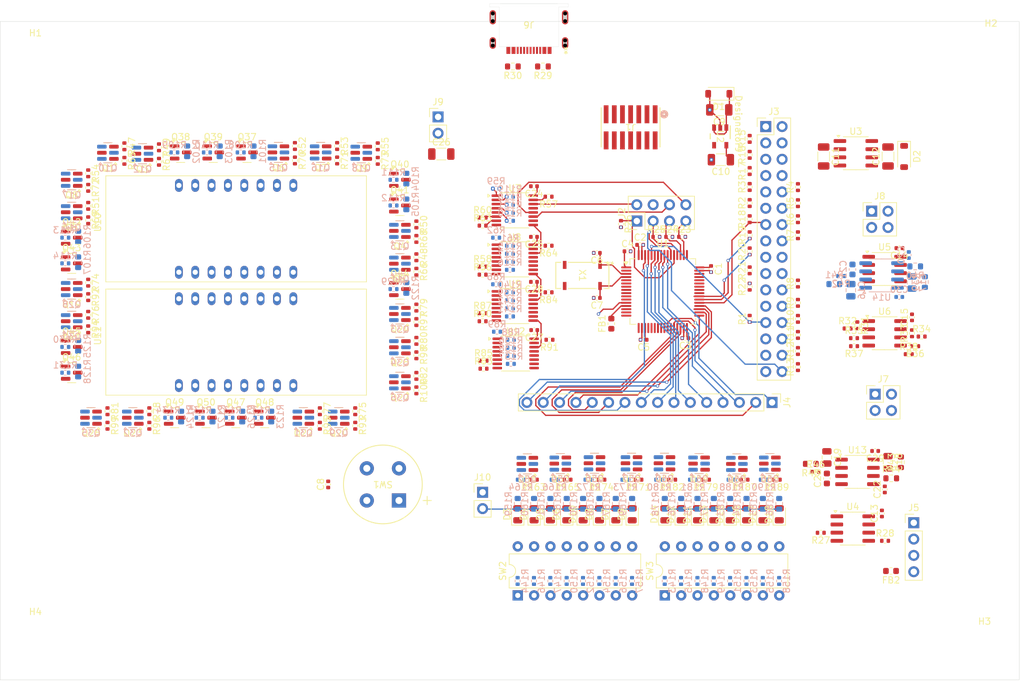
<source format=kicad_pcb>
(kicad_pcb (version 20240108) (generator "pcbnew") (generator_version "8.0")
  (layers (0 "F.Cu" signal) (1 "In1.Cu" signal) (2 "In2.Cu" signal) (3 "In3.Cu" signal) (4 "In4.Cu" signal) (31 "B.Cu" signal) (34 "B.Paste" user) (35 "F.Paste" user) (36 "B.SilkS" user "B.Silkscreen") (37 "F.SilkS" user "F.Silkscreen") (38 "B.Mask" user) (39 "F.Mask" user) (44 "Edge.Cuts" user))
  (net 0 "")
  (net 1 "VDD")
  (net 2 "GND")
  (net 3 "/RCC_OSC32_IN")
  (net 4 "/RCC_OSC32_OUT")
  (net 5 "Net-(C8-Pad1)")
  (net 6 "Net-(C8-Pad2)")
  (net 7 "VBUS")
  (net 8 "Net-(U3-C1+)")
  (net 9 "Net-(U3-C1-)")
  (net 10 "-5V")
  (net 11 "Net-(C16-Pad1)")
  (net 12 "/filters and amps/Output_1b")
  (net 13 "/filters and amps/Ooutput_2b")
  (net 14 "Net-(C17-Pad1)")
  (net 15 "/filters and amps/Output_2a")
  (net 16 "Net-(C18-Pad1)")
  (net 17 "Net-(C19-Pad1)")
  (net 18 "/filters and amps/Output_1a")
  (net 19 "/filters and amps/Non-inverting_input_2b")
  (net 20 "/filters and amps/Non-inverting_input_1b")
  (net 21 "/filters and amps/Non-inverting_input_2a")
  (net 22 "/filters and amps/Non-inverting_input_1a")
  (net 23 "/Display/V_{DISP}")
  (net 24 "Net-(D3-K)")
  (net 25 "Net-(D3-A)")
  (net 26 "Net-(D4-K)")
  (net 27 "Net-(D4-A)")
  (net 28 "Net-(D5-A)")
  (net 29 "Net-(D5-K)")
  (net 30 "Net-(D6-K)")
  (net 31 "Net-(D6-A)")
  (net 32 "Net-(D7-A)")
  (net 33 "Net-(D7-K)")
  (net 34 "Net-(D8-K)")
  (net 35 "Net-(D8-A)")
  (net 36 "Net-(D9-A)")
  (net 37 "Net-(D9-K)")
  (net 38 "Net-(D10-K)")
  (net 39 "Net-(D10-A)")
  (net 40 "Net-(D11-A)")
  (net 41 "Net-(D11-K)")
  (net 42 "Net-(D12-K)")
  (net 43 "Net-(D12-A)")
  (net 44 "Net-(D13-A)")
  (net 45 "Net-(D13-K)")
  (net 46 "Net-(D14-A)")
  (net 47 "Net-(D14-K)")
  (net 48 "Net-(D15-K)")
  (net 49 "Net-(D15-A)")
  (net 50 "Net-(D16-K)")
  (net 51 "Net-(D16-A)")
  (net 52 "Net-(D17-K)")
  (net 53 "Net-(D17-A)")
  (net 54 "Net-(D18-A)")
  (net 55 "Net-(D18-K)")
  (net 56 "VDDA")
  (net 57 "Net-(J5-Pin_4)")
  (net 59 "Net-(J1-Pin_13)")
  (net 60 "Net-(J1-Pin_4)")
  (net 62 "Net-(J1-Pin_14)")
  (net 63 "Net-(J1-Pin_6)")
  (net 67 "/NRST")
  (net 68 "/Display/SO")
  (net 69 "/Display/SRCLK")
  (net 70 "/SER{slash}MOSI")
  (net 71 "/RCLK{slash}CS")
  (net 72 "/SRCLK{slash}CLK")
  (net 73 "/Display/RCLK")
  (net 74 "/Display/SER")
  (net 75 "/SO{slash}MISO")
  (net 76 "/PC1")
  (net 77 "/PC2")
  (net 78 "/ADC")
  (net 79 "/~{RCL}")
  (net 80 "/PC13")
  (net 81 "/PC3")
  (net 82 "/PC7")
  (net 83 "/PC8")
  (net 84 "/PC9")
  (net 85 "/PC6")
  (net 86 "/~{SRCLR}")
  (net 87 "/b3")
  (net 88 "/b5")
  (net 89 "/b1")
  (net 90 "/b6")
  (net 91 "/b4")
  (net 92 "/b2")
  (net 93 "Net-(J5-Pin_3)")
  (net 94 "Net-(J5-Pin_2)")
  (net 95 "OUT")
  (net 96 "/D-")
  (net 98 "/D+")
  (net 100 "Net-(J6-CC2)")
  (net 101 "Net-(J6-CC1)")
  (net 102 "/filters and amps/in_filter_input")
  (net 103 "/filters and amps/conditioned_input")
  (net 104 "/filters and amps/out_filt_input")
  (net 105 "/filters and amps/V_{DAC}")
  (net 106 "/filters and amps/out_conditioning")
  (net 107 "/switches/switch_leds/sl_power")
  (net 108 "Net-(Q1-G)")
  (net 109 "/Display/t16")
  (net 110 "/Display/t1")
  (net 111 "Net-(Q11-D)")
  (net 112 "/Display/t15")
  (net 113 "Net-(Q12-D)")
  (net 114 "/Display/t2")
  (net 115 "Net-(Q13-D)")
  (net 116 "/Display/t7")
  (net 117 "Net-(Q14-D)")
  (net 118 "/Display/t11")
  (net 119 "Net-(Q15-D)")
  (net 120 "/Display/t10")
  (net 121 "Net-(Q16-D)")
  (net 122 "Net-(Q17-D)")
  (net 123 "/Display/t8")
  (net 124 "Net-(Q18-D)")
  (net 125 "/Display/t9")
  (net 126 "Net-(Q10-G)")
  (net 127 "Net-(Q11-G)")
  (net 128 "Net-(Q12-G)")
  (net 129 "Net-(Q13-G)")
  (net 130 "Net-(Q14-G)")
  (net 131 "Net-(Q15-G)")
  (net 132 "Net-(Q16-G)")
  (net 133 "Net-(Q17-G)")
  (net 134 "Net-(Q18-G)")
  (net 135 "Net-(Q19-G)")
  (net 136 "/Display/b16")
  (net 137 "Net-(Q20-G)")
  (net 138 "/Display/b1")
  (net 139 "Net-(Q21-G)")
  (net 140 "/Display/b15")
  (net 141 "/Display/b2")
  (net 142 "Net-(Q22-G)")
  (net 143 "/Display/b7")
  (net 144 "Net-(Q23-G)")
  (net 145 "/Display/b11")
  (net 146 "Net-(Q24-G)")
  (net 147 "Net-(Q25-G)")
  (net 148 "/Display/b10")
  (net 149 "Net-(Q26-G)")
  (net 150 "/Display/b8")
  (net 151 "/Display/b9")
  (net 152 "Net-(Q27-G)")
  (net 153 "Net-(Q28-G)")
  (net 154 "Net-(Q29-G)")
  (net 155 "Net-(Q30-G)")
  (net 156 "Net-(Q31-G)")
  (net 157 "Net-(Q32-G)")
  (net 158 "Net-(Q33-G)")
  (net 159 "Net-(Q34-G)")
  (net 160 "Net-(Q35-G)")
  (net 161 "Net-(Q36-G)")
  (net 162 "Net-(Q37-G)")
  (net 163 "Net-(Q37-D)")
  (net 164 "Net-(Q38-G)")
  (net 165 "Net-(Q38-D)")
  (net 166 "Net-(Q39-G)")
  (net 167 "Net-(Q39-D)")
  (net 168 "Net-(Q40-G)")
  (net 169 "Net-(Q40-D)")
  (net 170 "Net-(Q41-D)")
  (net 171 "Net-(Q41-G)")
  (net 172 "Net-(Q42-D)")
  (net 173 "Net-(Q42-G)")
  (net 174 "Net-(Q43-G)")
  (net 175 "Net-(Q43-D)")
  (net 176 "Net-(Q44-G)")
  (net 177 "Net-(Q44-D)")
  (net 178 "Net-(Q45-G)")
  (net 179 "Net-(Q45-D)")
  (net 180 "Net-(Q46-G)")
  (net 181 "Net-(Q46-D)")
  (net 182 "Net-(Q47-D)")
  (net 183 "Net-(Q47-G)")
  (net 184 "Net-(Q48-G)")
  (net 185 "Net-(Q48-D)")
  (net 186 "Net-(Q49-G)")
  (net 187 "Net-(Q49-D)")
  (net 188 "Net-(Q50-D)")
  (net 189 "Net-(Q50-G)")
  (net 190 "Net-(Q51-G)")
  (net 191 "Net-(Q52-G)")
  (net 192 "Net-(Q53-G)")
  (net 193 "Net-(Q54-G)")
  (net 194 "Net-(Q55-G)")
  (net 195 "Net-(Q56-G)")
  (net 196 "Net-(Q57-G)")
  (net 197 "Net-(Q58-G)")
  (net 198 "Net-(Q59-G)")
  (net 199 "Net-(Q60-G)")
  (net 200 "Net-(Q61-G)")
  (net 201 "Net-(Q62-G)")
  (net 202 "Net-(Q63-G)")
  (net 203 "Net-(Q64-G)")
  (net 204 "Net-(Q65-G)")
  (net 205 "Net-(Q66-G)")
  (net 206 "/BOOT0")
  (net 207 "/PA0")
  (net 208 "/PA1")
  (net 209 "/PA2")
  (net 210 "/PA3")
  (net 211 "/PA6")
  (net 212 "/PA7")
  (net 213 "/PA8")
  (net 214 "/PH0")
  (net 215 "/PH1")
  (net 216 "/PD2")
  (net 217 "MAIN_INPUT+")
  (net 218 "MAIN_INPUT-")
  (net 219 "Net-(U6-Inverting_input_1)")
  (net 220 "/filters and amps/V_{in-}")
  (net 221 "Net-(U6-Inverting_input_2)")
  (net 222 "Net-(U4-Inverting_input_1)")
  (net 223 "Net-(U6-Non-inverting_input_1)")
  (net 224 "Net-(U6-Non-inverting_input_2)")
  (net 225 "/filters and amps/V_{OFF}")
  (net 226 "/Display/p16")
  (net 227 "/Display/p1")
  (net 228 "/Display/p15")
  (net 229 "/Display/p2")
  (net 230 "/Display/p7")
  (net 231 "/Display/p11")
  (net 232 "/Display/p10")
  (net 233 "/Display/p8")
  (net 234 "/Display/p9")
  (net 235 "/Display/p32")
  (net 236 "/Display/p17")
  (net 237 "/Display/p31")
  (net 238 "/Display/p18")
  (net 239 "/Display/p23")
  (net 240 "/Display/p27")
  (net 241 "/Display/p26")
  (net 242 "/Display/p24")
  (net 243 "/Display/p25")
  (net 244 "/Display/t12")
  (net 245 "/Display/t14")
  (net 246 "/Display/t13")
  (net 247 "/Display/t4")
  (net 248 "/Display/t3")
  (net 249 "/Display/t6")
  (net 250 "/Display/t5")
  (net 251 "/Display/p12")
  (net 252 "/Display/p14")
  (net 253 "/Display/p13")
  (net 254 "/Display/p4")
  (net 255 "/Display/p3")
  (net 256 "/Display/p6")
  (net 257 "/Display/p5")
  (net 258 "/Display/b12")
  (net 259 "/Display/b3")
  (net 260 "/Display/b6")
  (net 261 "/Display/b14")
  (net 262 "/Display/b4")
  (net 263 "/Display/b5")
  (net 264 "/Display/b13")
  (net 265 "/Display/p28")
  (net 266 "/Display/p30")
  (net 267 "/Display/p29")
  (net 268 "/Display/p20")
  (net 269 "/Display/p19")
  (net 270 "/Display/p22")
  (net 271 "/Display/p21")
  (net 272 "/b8")
  (net 273 "/b16")
  (net 274 "/b7")
  (net 275 "/b15")
  (net 276 "/b14")
  (net 277 "/b13")
  (net 278 "/b12")
  (net 279 "/b11")
  (net 280 "/b10")
  (net 281 "/b9")
  (net 282 "/1.25V")
  (net 283 "/DAC")
  (net 287 "Net-(U7-QH')")
  (net 288 "Net-(U8-QH')")
  (net 289 "Net-(U12-SER)")
  (footprint "Capacitor_SMD:C_0402_1005Metric" (layer "F.Cu") (at 189.5 114.28 90)
    (property "Reference" "C22")
    (property "Value" "680pF")
  )
  (footprint "LED_SMD:LED_0805_2012Metric" (layer "F.Cu") (at 157.86 118.14 90)
    (property "Reference" "D12")
    (property "Value" "LED")
  )
  (footprint "LED_SMD:LED_0805_2012Metric" (layer "F.Cu") (at 165.48 118.14 90)
    (property "Reference" "D15")
    (property "Value" "LED")
  )
  (footprint "Resistor_SMD:R_0402_1005Metric" (layer "F.Cu") (at 176 85.26 90)
    (property "Reference" "R9")
    (property "Value" "10kΩ")
  )
  (footprint "Capacitor_SMD:C_0402_1005Metric" (layer "F.Cu") (at 151.48 76.25)
    (property "Reference" "C2")
    (property "Value" "100nF")
  )
  (footprint "Diode_SMD:D_SOD-123" (layer "F.Cu") (at 163.7 52.75 180)
    (property "Reference" "D1")
    (property "Value" "5.6V~6V")
  )
  (footprint "Package_DIP:DIP-16_W7.62mm" (layer "F.Cu") (at 132.46 130.76 90)
    (property "Reference" "SW2")
    (property "Value" "DS04-254-1L-08BK")
  )
  (footprint "Capacitor_SMD:C_0402_1005Metric" (layer "F.Cu") (at 189.05 118.02 90)
    (property "Reference" "C13")
    (property "Value" "100nF")
  )
  (footprint "Capacitor_SMD:C_0402_1005Metric" (layer "F.Cu") (at 149.52 77.25)
    (property "Reference" "C4")
    (property "Value" "100nF")
  )
  (footprint "Resistor_SMD:R_0402_1005Metric" (layer "F.Cu") (at 156.45 112.76 180)
    (property "Reference" "R182")
    (property "Value" "4.7kΩ")
  )
  (footprint "Package_SO:SOIC-8_3.9x4.9mm_P1.27mm" (layer "F.Cu") (at 184.525 120.365)
    (property "Reference" "U4")
    (property "Value" "OPA1678IDR")
  )
  (footprint "MountingHole:MountingHole_3.2mm_M3" (layer "F.Cu") (at 206 46)
    (property "Reference" "H2")
    (property "Value" "MountingHole")
  )
  (footprint "Resistor_SMD:R_0402_1005Metric" (layer "F.Cu") (at 176 67.26 90)
    (property "Reference" "R4")
    (property "Value" "10kΩ")
  )
  (footprint "Resistor_SMD:R_0402_1005Metric" (layer "F.Cu") (at 176 95.25 90)
    (property "Reference" "R13")
    (property "Value" "10kΩ")
  )
  (footprint "Resistor_SMD:R_0402_1005Metric" (layer "F.Cu") (at 71.33 60.92 -90)
    (property "Reference" "R47")
    (property "Value" "4.7kΩ")
  )
  (footprint "Resistor_SMD:R_0402_1005Metric" (layer "F.Cu") (at 107.205 102.12 -90)
    (property "Reference" "R75")
    (property "Value" "4.7kΩ")
  )
  (footprint "Package_TO_SOT_SMD:SOT-23" (layer "F.Cu") (at 171.6375 110.26 180)
    (property "Reference" "Q65")
    (property "Value" "2N7002")
  )
  (footprint "Capacitor_SMD:C_1206_3216Metric" (layer "F.Cu") (at 163.775 55.25 180)
    (property "Reference" "C9")
    (property "Value" "10µF")
  )
  (footprint "Resistor_SMD:R_0402_1005Metric" (layer "F.Cu") (at 176 87.75 90)
    (property "Reference" "R10")
    (property "Value" "10kΩ")
  )
  (footprint "Resistor_SMD:R_0402_1005Metric" (layer "F.Cu") (at 116.705 73.07 -90)
    (property "Reference" "R50")
    (property "Value" "4.7kΩ")
  )
  (footprint "Capacitor_SMD:C_0402_1005Metric" (layer "F.Cu") (at 158.5 90.75 180)
    (property "Reference" "C3")
    (property "Value" "100nF")
  )
  (footprint "Resistor_SMD:R_0402_1005Metric" (layer "F.Cu") (at 116.705 91.17 -90)
    (property "Reference" "R80")
    (property "Value" "4.7kΩ")
  )
  (footprint "CMPE2750:USB4510-03-1-A_GCT" (layer "F.Cu") (at 134.2004 41.9995 180)
    (property "Reference" "J6")
    (property "Value" "USB4510-03-1-A")
    (fp_line (start 6.11505 2.74828) (end 6.11505 3.2512) (stroke (width 0.0254)) (layer "Edge.Cuts"))
    (fp_line (start 6.11505 2.74828) (end 4.6228 2.74828) (stroke (width 0.0254)) (layer "Edge.Cuts"))
    (fp_line (start 5.61975 1.74498) (end 5.61975 0.55118) (stroke (width 0.6096)) (layer "Edge.Cuts"))
    (fp_line (start 5.61975 -2.45745) (end 5.61975 -3.24485) (stroke (width 0.6096)) (layer "Edge.Cuts"))
    (fp_line (start 4.6228 -3.4544) (end 4.6228 2.74828) (stroke (width 0.0254)) (layer "Edge.Cuts"))
    (fp_line (start 4.6228 -3.4544) (end -4.6228 -3.4544) (stroke (width 0.0254)) (layer "Edge.Cuts"))
    (fp_line (start -4.4704 3.2512) (end 4.4704 3.2512) (stroke (width 0.0254)) (layer "Edge.Cuts"))
    (fp_line (start -4.6228 2.74828) (end -6.11505 2.74828) (stroke (width 0.0254)) (layer "Edge.Cuts"))
    (fp_line (start -4.6228 -3.4544) (end -4.6228 2.74828) (stroke (width 0.0254)) (layer "Edge.Cuts"))
    (fp_line (start -5.61975 1.74498) (end -5.61975 0.55118) (stroke (width 0.6096)) (layer "Edge.Cuts"))
    (fp_line (start -5.61975 -2.45745) (end -5.61975 -3.24485) (stroke (width 0.6096)) (layer "Edge.Cuts"))
    (fp_line (start -6.11505 3.2512) (end 6.11505 3.2512) (stroke (width 0.0254)) (layer "Edge.Cuts"))
    (fp_line (start -6.11505 2.74828) (end -6.11505 3.2512) (stroke (width 0.0254)) (layer "Edge.Cuts"))
  )
  (footprint "Package_TO_SOT_SMD:SOT-23" (layer "F.Cu") (at 150.1375 110.21 180)
    (property "Reference" "Q55")
    (property "Value" "2N7002")
  )
  (footprint "Resistor_SMD:R_0402_1005Metric" (layer "F.Cu") (at 71.33 63.17 -90)
    (property "Reference" "R65")
    (property "Value" "4.7kΩ")
  )
  (footprint "Connector_PinHeader_2.54mm:PinHeader_2x02_P2.54mm_Vertical" (layer "F.Cu") (at 187.46 71)
    (property "Reference" "J8")
    (property "Value" "Conn_02x02_Odd_Even")
  )
  (footprint "Resistor_SMD:R_0402_1005Metric" (layer "F.Cu") (at 137.3875 91 180)
    (property "Reference" "R91")
    (property "Value" "4.7kΩ")
  )
  (footprint "Resistor_SMD:R_0402_1005Metric" (layer "F.Cu") (at 116.705 98.87 -90)
    (property "Reference" "R100")
    (property "Value" "4.7kΩ")
  )
  (footprint "LED_SMD:LED_0805_2012Metric" (layer "F.Cu") (at 145.16 118.14 90)
    (property "Reference" "D8")
    (property "Value" "LED")
  )
  (footprint "Package_TO_SOT_SMD:SOT-23" (layer "F.Cu") (at 114.1425 74.07 180)
    (property "Reference" "Q4")
    (property "Value" "IRLML6402TRPBF")
  )
  (footprint "LED_SMD:LED_0805_2012Metric" (layer "F.Cu") (at 160.4 118.14 90)
    (property "Reference" "D11")
    (property "Value" "LED")
  )
  (footprint "LED_SMD:LED_0805_2012Metric" (layer "F.Cu") (at 170.56 118.14 90)
    (property "Reference" "D17")
    (property "Value" "LED")
  )
  (footprint "LED_SMD:LED_0805_2012Metric" (layer "F.Cu") (at 147.7 118.14 90)
    (property "Reference" "D7")
    (property "Value" "LED")
  )
  (footprint "Package_TO_SOT_SMD:SOT-23" (layer "F.Cu") (at 114.1425 83.12)
    (property "Reference" "Q44")
    (property "Value" "2N7002")
  )
  (footprint "MountingHole:MountingHole_3.2mm_M3" (layer "F.Cu") (at 205 139)
    (property "Reference" "H3")
    (property "Value" "MountingHole")
  )
  (footprint "Resistor_SMD:R_0402_1005Metric" (layer "F.Cu") (at 195.225 90.5)
    (property "Reference" "R34")
    (property "Value" "16.2kΩ")
  )
  (footprint "Resistor_SMD:R_0402_1005Metric" (layer "F.Cu") (at 168.5 69.74 90)
    (property "Reference" "R2")
    (property "Value" "10kΩ")
  )
  (footprint "CMPE2750:COM-21215" (layer "F.Cu") (at 88.69 73.75)
    (property "Reference" "U10")
    (property "Value" "COM-21215")
  )
  (footprint "Resistor_SMD:R_0402_1005Metric" (layer "F.Cu") (at 183.725 89.25)
    (property "Reference" "R32")
    (property "Value" "ERA2AEB6492X")
  )
  (footprint "Resistor_SMD:R_0402_1005Metric" (layer "F.Cu") (at 193.225 93.25)
    (property "Reference" "R38")
    (property "Value" "ERA2AEB6492X")
  )
  (footprint "Resistor_SMD:R_0402_1005Metric" (layer "F.Cu") (at 127 73.25)
    (property "Reference" "R63")
    (property "Value" "4.7kΩ")
  )
  (footprint "LED_SMD:LED_0805_2012Metric" (layer "F.Cu") (at 132.46 118.14 90)
    (property "Reference" "D3")
    (property "Value" "LED")
  )
  (footprint "Package_TO_SOT_SMD:SOT-23" (layer "F.Cu") (at 139.075 110.26 180)
    (property "Reference" "Q53")
    (property "Value" "2N7002")
  )
  (footprint "Package_TO_SOT_SMD:SOT-23" (layer "F.Cu") (at 114.1425 92.17 180)
    (property "Reference" "Q25")
    (property "Value" "IRLML6402TRPBF")
  )
  (footprint "Capacitor_SMD:C_0402_1005Metric" (layer "F.Cu") (at 193.725 87.52 90)
    (property "Reference" "C15")
    (property "Value" "100nF")
  )
  (footprint "Capacitor_SMD:C_1206_3216Metric" (layer "F.Cu") (at 164.025 63 180)
    (property "Reference" "C10")
    (property "Value" "1µF")
  )
  (footprint "Package_TO_SOT_SMD:SOT-23" (layer "F.Cu") (at 63.1425 71.17 180)
    (property "Reference" "Q5")
    (property "Value" "IRLML6402TRPBF")
  )
  (footprint "Capacitor_SMD:C_1206_3216Metric" (layer "F.Cu") (at 180 62.5 -90)
    (property "Reference" "C11")
    (property "Value" "10µF")
  )
  (footprint "Capacitor_SMD:C_0402_1005Metric" (layer "F.Cu") (at 144.75 84.5 180)
    (property "Reference" "C7")
    (property "Value" "3.8 pF")
  )
  (footprint "Package_TO_SOT_SMD:SOT-23" (layer "F.Cu") (at 72.6425 103.12 180)
    (property "Reference" "Q23")
    (property "Value" "IRLML6402TRPBF")
  )
  (footprint "Resistor_SMD:R_0402_1005Metric" (layer "F.Cu") (at 107.205 104.37 -90)
    (property "Reference" "R93")
    (property "Value" "4.7kΩ")
  )
  (footprint "Package_TO_SOT_SMD:SOT-23" (layer "F.Cu") (at 104.6425 103.12 180)
    (property "Reference" "Q20")
    (property "Value" "IRLML6402TRPBF")
  )
  (footprint "Resistor_SMD:R_0402_1005Metric" (layer "F.Cu") (at 168.5 80.21 90)
    (property "Reference" "R21")
    (property "Value" "10kΩ" (hide yes))
  )
  (footprint "LED_SMD:LED_0805_2012Metric" (layer "F.Cu") (at 155.32 118.14 90)
    (property "Reference" "D14")
    (property "Value" "LED")
  )
  (footprint "Resistor_SMD:R_0402_1005Metric" (layer "F.Cu") (at 97.83 63.12 -90)
    (property "Reference" "R70")
    (property "Value" "4.7kΩ")
  )
  (footprint "Resistor_SMD:R_0402_1005Metric" (layer "F.Cu") (at 116.705 88.245 -90)
    (property "Reference" "R97")
    (property "Value" "4.7kΩ")
  )
  (footprint "Package_TO_SOT_SMD:SOT-23" (layer "F.Cu") (at 84.0175 103.12)
    (property "Reference" "Q50")
    (property "Value" "2N7002")
  )
  (footprint "Capacitor_SMD:C_0402_1005Metric" (layer "F.Cu") (at 135.02 89.5 180)
    (property "Reference" "C27")
    (property "Value" "100nF")
  )
  (footprint "Resistor_SMD:R_0402_1005Metric" (layer "F.Cu") (at 127.1375 94.25)
    (property "Reference" "R85")
    (property "Value" "4.7kΩ")
  )
  (footprint "Resistor_SMD:R_0402_1005Metric" (layer "F.Cu") (at 65.705 67.37 -90)
    (property "Reference" "R72")
    (property "Value" "4.7kΩ")
  )
  (footprint "Resistor_SMD:R_0603_1608Metric" (layer "F.Cu") (at 192 110.05 90)
    (property "Reference" "R43")
    (property "Value" "26.7kΩ")
  )
  (footprint "Package_TO_SOT_SMD:SOT-23" (layer "F.Cu") (at 133.95 110.31 180)
    (property "Reference" "Q51")
    (property "Value" "2N7002")
  )
  (footprint "Package_TO_SOT_SMD:SOT-23" (layer "F.Cu") (at 114.1425 70.12)
    (property "Reference" "Q41")
    (property "Value" "2N7002")
  )
  (footprint "LED_SMD:LED_0805_2012Metric" (layer "F.Cu") (at 150.24 118.14 90)
    (property "Reference" "D9")
    (property "Value" "LED")
  )
  (footprint "Capacitor_SMD:C_0805_2012Metric" (layer "F.Cu") (at 190 110.05 -90)
    (property "Reference" "C18")
    (property "Value" "10nF")
  )
  (footprint "Resistor_SMD:R_0402_1005Metric" (layer "F.Cu") (at 127 80.875)
    (property "Reference" "R56")
    (property "Value" "4.7kΩ")
  )
  (footprint "Package_SO:SOIC-8_3.9x4.9mm_P1.27mm" (layer "F.Cu") (at 189.475 80)
    (property "Reference" "U5")
    (property "Value" "OPA1678IDR")
  )
  (footprint "Package_TO_SOT_SMD:SOT-23" (layer "F.Cu") (at 108.1425 61.92 180)
    (property "Reference" "Q9")
    (property "Value" "IRLML6402TRPBF")
  )
  (footprint "Capacitor_SMD:C_0402_1005Metric" (layer "F.Cu") (at 103 113.5 90)
    (property "Reference" "C8")
    (property "Value" "100nF")
  )
  (footprint "Resistor_SMD:R_0402_1005Metric" (layer "F.Cu") (at 151.2 112.76 180)
    (property "Reference" "R171")
    (property "Value" "4.7kΩ")
  )
  (footprint "Resistor_SMD:R_0402_1005Metric" (layer "F.Cu") (at 116.705 96.62 -90)
    (property "Reference" "R82")
    (property "Value" "4.7kΩ")
  )
  (footprint "Connector_PinHeader_2.54mm:PinHeader_2x16_P2.54mm_Vertical" (layer "F.Cu") (at 171 57.85)
    (property "Reference" "J3")
    (property "Value" "Conn_02x16_Odd_Even" (hide yes))
  )
  (footprint "Package_TO_SOT_SMD:SOT-23" (layer "F.Cu") (at 63.1425 88.12 180)
    (property "Reference" "Q21")
    (property "Value" "IRLML6402TRPBF")
  )
  (footprint "Resistor_SMD:R_0603_1608Metric" (layer "F.Cu") (at 190.5 112.55)
    (property "Reference" "R44")
    (property "Value" "15.4kΩ")
  )
  (footprint "Package_DIP:DIP-16_W7.62mm" (layer "F.Cu") (at 155.32 130.76 90)
    (property "Reference" "SW3")
    (property "Value" "DS04-254-1L-08BK")
  )
  (footprint "Resistor_SMD:R_0402_1005Metric" (layer "F.Cu") (at 65.705 70.17 -90)
    (property "Reference" "R51")
    (property "Value" "4.7kΩ")
  )
  (footprint "Package_SO:SOIC-8_3.9x4.9mm_P1.27mm" (layer "F.Cu") (at 185 62)
    (property "Reference" "U3")
    (property "Value" "LMC7660IMX/NOPB")
  )
  (footprint "Resistor_SMD:R_0402_1005Metric" (layer "F.Cu") (at 178.75 111.55)
    (property "Reference" "R46")
    (property "Value" "5.49kΩ")
  )
  (footprint "MountingHole:MountingHole_3.2mm_M3" (layer "F.Cu") (at 57.5 137.5)
    (property "Reference" "H4")
    (property "Value" "MountingHole")
  )
  (footprint "Resistor_SMD:R_0402_1005Metric" (layer "F.Cu") (at 156 75)
    (property "Reference" "R24")
    (property "Value" "10kΩ" (hide yes))
  )
  (footprint "Package_TO_SOT_SMD:SOT-23" (layer "F.Cu") (at 63.1425 66.12 180)
    (property "Reference" "Q8")
    (property "Value" "IRLML6402TRPBF")
  )
  (footprint "LED_SMD:LED_0805_2012Metric" (layer "F.Cu") (at 137.54 118.14 90)
    (property "Reference" "D5")
    (property "Value" "LED")
  )
  (footprint "Resistor_SMD:R_0402_1005Metric" (layer "F.Cu") (at 65.705 84.37 -90)
    (property "Reference" "R92")
    (property "Value" "4.7kΩ")
  )
  (footprint "Resistor_SMD:R_0402_1005Metric" (layer "F.Cu") (at 194.215 92 180)
    (property "Reference" "R36")
    (property "Value" "16.2kΩ")
  )
  (footprint "Connector_PinHeader_2.54mm:PinHeader_2x04_P2.54mm_Vertical" (layer "F.Cu") (at 150.96 72.54 90)
    (property "Reference" "J2")
    (property "Value" "Conn_02x04_Odd_Even")
  )
  (footprint "Resistor_SMD:R_0402_1005Metric" (layer "F.Cu") (at 168.5 64.76 90)
    (property "Reference" "R17")
    (property "Value" "10kΩ" (hide yes))
  )
  (footprint "Inductor_SMD:L_0603_1608Metric" (layer "F.Cu") (at 190.4625 126.96 180)
    (property "Reference" "FB2")
    (property "Value" "FerriteBead")
  )
  (footprint "Resistor_SMD:R_0402_1005Metric" (layer "F.Cu") (at 127.1375 95.5)
    (property "Reference" "R83")
    (property "Value" "4.7kΩ")
  )
  (footprint "Capacitor_SMD:C_0402_1005Metric" (layer "F.Cu") (at 144.75 77.5 180)
    (property "Reference" "C6")
    (property "Value" "3.8 pF")
  )
  (footprint "Package_SO:TSSOP-16_4.4x5mm_P0.65mm" (layer "F.Cu") (at 132 78.5)
    (property "Reference" "U8")
    (property "Value" "SN74AHC594PWR")
  )
  (footprint "Resistor_SMD:R_0402_1005Metric" (layer "F.Cu") (at 185.225 88.75 -90)
    (property "Reference" "R31")
    (property "Value" "16.2kΩ")
  )
  (footprint "Resistor_SMD:R_0402_1005Metric" (layer "F.Cu") (at 154 75)
    (property "Reference" "R25")
    (property "Value" "10kΩ")
  )
  (footprint "Connector_PinHeader_2.54mm:PinHeader_1x02_P2.54mm_Vertical" (layer "F.Cu") (at 120.08 56.345)
    (property "Reference" "J9")
    (property "Value" "Conn_01x02")
  )
  (footprint "Resistor_SMD:R_0402_1005Metric" (layer "F.Cu") (at 176 92.75 90)
    (property "Reference" "R12")
    (property "Value" "10kΩ")
  )
  (footprint "Resistor_SMD:R_0402_1005Metric" (layer "F.Cu") (at 179.55 121.02 180)
    (property "Reference" "R27")
    (property "Value" "10kΩ")
  )
  (footprint "Resistor_SMD:R_0402_1005Metric" (layer "F.Cu") (at 65.705 65.12 -90)
    (property "Reference" "R54")
    (property "Value" "4.7kΩ")
  )
  (footprint "Package_TO_SOT_SMD:SOT-23" (layer "F.Cu") (at 101.83 61.87 180)
    (property "Reference" "Q7")
    (property "Value" "IRLML6402TRPBF")
  )
  (footprint "Resistor_SMD:R_0402_1005Metric" (layer "F.Cu") (at 116.705 78.17 -90)
    (property "Reference" "R48")
    (property "Value" "4.7kΩ")
  )
  (footprint "Resistor_SMD:R_0402_1005Metric" (layer "F.Cu") (at 104.3925 60.87 -90)
    (property "Reference" "R53")
    (property "Value" "4.7kΩ")
  )
  (footprint "Package_TO_SOT_SMD:SOT-23" (layer "F.Cu") (at 74.1425 62.07 180)
    (property "Reference" "Q3")
    (property "Value" "IRLML6402TRPBF")
  )
  (footprint "Package_TO_SOT_SMD:SOT-23" (layer "F.Cu") (at 99.1425 103.12 180)
    (property "Reference" "Q22")
    (property "Value" "IRLML6402TRPBF")
  )
  (footprint "Package_TO_SOT_SMD:SOT-23" (layer "F.Cu") (at 88.6425 103.12)
    (property "Reference" "Q47")
    (property "Value" "2N7002")
  )
  (footprint "CMPE2750:X_ABS25_ABR" (layer "F.Cu") (at 142.5 81 -90)
    (property "Reference" "X1")
    (property "Value" "ABS25-32.768KHZ-6-T")
  )
  (footprint "Resistor_SMD:R_0402_1005Metric" (layer "F.Cu") (at 75.205 104.37 -90)
    (property "Reference" "R96")
    (property "Value" "4.7kΩ")
  )
  (footprint "Resistor_SMD:R_0402_1005Metric" (layer "F.Cu") (at 176 82.26 90)
    (property "Reference" "R8")
    (property "Value" "10kΩ")
  )
  (footprint "Resistor_SMD:R_0402_1005Metric" (layer "F.Cu") (at 184.725 92 180)
    (property "Reference" "R37")
    (property "Value" "16.2kΩ")
  )
  (footprint "Resistor_SMD:R_0402_1005Metric" (layer "F.Cu") (at 176 69.76 90)
    (property "Reference" "R5")
    (property "Value" "10kΩ")
  )
  (footprint "Resistor_SMD:R_0402_1005Metric" (layer "F.Cu") (at 127 79.625)
    (property "Reference" "R58")
    (property "Value" "4.7kΩ")
  )
  (footprint "Package_TO_SOT_SMD:SOT-23" (layer "F.Cu") (at 63.1425 96.12)
    (property "Reference" "Q46")
    (property "Value" "2N7002")
  )
  (footprint "Package_TO_SOT_SMD:SOT-23" (layer "F.Cu") (at 166.5125 110.31 180)
    (property "Reference" "Q63")
    (property "Value" "2N7002")
  )
  (footprint "MountingHole:MountingHole_3.2mm_M3" (layer "F.Cu") (at 57.5 47.5)
    (property "Reference" "H1")
    (property "Value" "MountingHole")
  )
  (footprint "Resistor_SMD:R_0402_1005Metric" (layer "F.Cu") (at 65.705 72.42 -90)
    (property "Reference" "R69")
    (property "Value" "4.7kΩ")
  )
  (footprint "Resistor_SMD:R_0402_1005Metric" (layer "F.Cu") (at 104.3925 63.12 -90)
    (property "Reference" "R71")
    (property "Value" "4.7kΩ")
  )
  (footprint "Package_SO:TSSOP-16_4.4x5mm_P0.65mm" (layer "F.Cu") (at 132 85.75)
    (property "Reference" "U9")
    (property "Value" "SN74AHC594PWR")
  )
  (footprint "Package_TO_SOT_SMD:SOT-23" (layer "F.Cu") (at 63.1425 75.12)
    (property "Reference" "Q42")
    (property "Value" "2N7002")
  )
  (footprint "Capacitor_SMD:C_1206_3216Metric" (layer "F.Cu") (at 120.58 62.12)
    (property "Reference" "C26")
    (property "Value" "10µF")
  )
  (footprint "Resistor_SMD:R_0402_1005Metric" (layer "F.Cu") (at 101.705 102.12 -90)
    (property "Reference" "R77")
    (property "Value" "4.7kΩ")
  )
  (footprint "Resistor_SMD:R_0402_1005Metric" (layer "F.Cu") (at 161.7 112.76 180)
    (property "Reference" "R179")
    (property "Value" "4.7kΩ")
  )
  (footprint "Resistor_SMD:R_0402_1005Metric" (layer "F.Cu") (at 134.95 112.76 180)
    (property "Reference" "R163")
    (property "Value" "4.7kΩ")
  )
  (footprint "Resistor_SMD:R_0402_1005Metric" (layer "F.Cu") (at 76.705 63.32 -90)
    (property "Reference" "R67")
    (property "Value" "4.7kΩ")
  )
  (footprint "Resistor_SMD:R_0402_1005Metric" (layer "F.Cu") (at 168.5 62.24 90)
    (property "Reference" "R16")
    (property "Value" "10kΩ")
  )
  (footprint "Package_QFP:LQFP-64_10x10mm_P0.5mm" (layer "F.Cu") (at 155 83.5)
    (property "Reference" "U1")
    (property "Value" "STM32L476RGTx")
  )
  (footprint "LED_SMD:LED_0805_2012Metric" (layer "F.Cu") (at 140.08 118.14 90)
    (property "Reference" "D6")
    (property "Value" "LED")
  )
  (footprint "Package_TO_SOT_SMD:SOT-23" (layer "F.Cu") (at 90.3925 61.87)
    (property "Reference" "Q37")
    (property "Value" "2N7002")
  )
  (footprint "Package_TO_SOT_SMD:SOT-23" (layer "F.Cu") (at 80.08 61.87)
    (property "Reference" "Q38")
    (property "Value" "2N7002")
  )
  (footprint "Resistor_SMD:R_0402_1005Metric" (layer "F.Cu") (at 189.54 122.27)
    (property "Reference" "R28")
    (property "Value" "10kΩ")
  )
  (footprint "Capacitor_SMD:C_0402_1005Metric" (layer "F.Cu") (at 152.02 91 180)
    (property "Reference" "C5")
    (property "Value" "100nF")
  )
  (footprint "Resistor_SMD:R_0402_1005Metric" (layer "F.Cu") (at 184.715 90.75)
    (property "Reference" "R35")
    (property "Value" "ERA2AEB6492X")
  )
  (footprint "Capacitor_SMD:C_0402_1005Metric" (layer "F.Cu") (at 134.98 67.125 180)
    (property "Reference" "C24")
    (property "Value" "100nF")
  )
  (footprint "Package_TO_SOT_SMD:SOT-23" (layer "F.Cu") (at 114.1425 86.995 180)
    (property "Reference" "Q24")
    (property "Value" "IRLML6402TRPBF")
  )
  (footprint "Resistor_SMD:R_0402_1005Metric" (layer "F.Cu") (at 172.7 112.76 180)
    (property "Reference" "R189")
    (property "Value" "4.7kΩ")
  )
  (footprint "Resistor_SMD:R_0402_1005Metric" (layer "F.Cu") (at 137.25 68.75 180)
    (property "Reference" "R57")
    (property "Value" "4.7kΩ")
  )
  (footprint "Resistor_SMD:R_0402_1005Metric" (layer "F.Cu") (at 75.205 102.12 -90)
    (property "Reference" "R78")
    (property "Value" "4.7kΩ")
  )
  (footprint "Resistor_SMD:R_0603_1608Metric" (layer "F.Cu") (at 136.3754 48.5 180)
    (property "Reference" "R29")
    (property "Value" "5.1kΩ")
  )
  (footprint "Resistor_SMD:R_0402_1005Metric" (layer "F.Cu") (at 116.705 80.42 -90)
    (property "Reference" "R66")
    (property "Value" "4.7kΩ")
  )
  (footprint "Package_TO_SOT_SMD:SOT-23" (layer "F.Cu") (at 144.3875 110.21 180)
    (property "Reference" "Q58")
    (property "Value" "2N7002")
  )
  (footprint "Resistor_SMD:R_0402_1005Metric" (layer "F.Cu") (at 116.705 75.32 -90)
    (property "Reference" "R68")
    (property "Value" "4.7kΩ")
  )
  (footprint "Resistor_SMD:R_0402_1005Metric" (layer "F.Cu") (at 193.725 90 90)
    (property "Reference" "R33")
    (property "Value" "ERA2AEB6492X")
  )
  (footprint "Capacitor_SMD:C_0402_1005Metric" (layer "F.Cu") (at 191.77 76.75 180)
    (property "Reference" "C14")
    (property "Value" "100nF")
  )
  (footprint "Resistor_SMD:R_0402_1005Metric" (layer "F.Cu") (at 68.705 104.37 -90)
    (property "Reference" "R99")
    (property "Value" "4.7kΩ")
  )
  (footprint "Resistor_SMD:R_0402_1005Metric" (layer "F.Cu") (at 140.19 112.76 180)
    (property "Reference" "R165")
    (property "Value" "4.7kΩ")
  )
  (footprint "Package_TO_SOT_SMD:SOT-23" (layer "F.Cu") (at 95.2675 61.87 180)
    (property "Reference" "Q6")
    (property "Value" "IRLML6402TRPBF")
  )
  (footprint "Connector_PinHeader_2.54mm:PinHeader_1x04_P2.54mm_Vertical" (layer "F.Cu") (at 194 119.46)
    (property "Reference" "J5")
    (property "Value" "Conn_01x04")
  )
  (footprint "Resistor_SMD:R_0402_1005Metric" (layer "F.Cu") (at 176 72.25 90)
    (property "Reference" "R6")
    (property "Value" "10kΩ")
  )
  (footprint "Connector_PinHeader_2.54mm:PinHeader_1x16_P2.54mm_Vertical" (layer "F.Cu") (at 171.98 100.75 -90)
    (property "Reference" "J4")
    (property "Value" "Conn_01x16")
  )
  (footprint "Capacitor_SMD:C_0402_1005Metric" (layer "F.Cu") (at 134.98 75 180)
    (property "Reference" "C25")
    (property "Value" "100nF")
  )
  (footprint "Resistor_SMD:R_0402_1005Metric" (layer "F.Cu") (at 168.5 67.24 90)
    (property "Reference" "R3")
    (property "Value" "10kΩ")
  )
  (footprint "Resistor_SMD:R_0402_1005Metric" (layer "F.Cu") (at 127 88.125)
    (property "Reference" "R90")
    (property "Value" "4.7kΩ")
  )
  (footprint "Resistor_SMD:R_0402_1005Metric" (layer "F.Cu") (at 168.5 77.26 90)
    (property "Reference" "R20")
    (property "Value" "10kΩ" (hide yes))
  )
  (footprint "Resistor_SMD:R_0402_1005Metric" (layer "F.Cu") (at 116.705 85.995 -90)
    (property "Reference" "R79")
    (property "Value" "4.7kΩ")
  )
  (footprint "Capacitor_SMD:C_0805_2012Metric" (layer "F.Cu") (at 180.5 109.3 -90)
    (property "Reference" "C19")
    (property "Value" "10nF")
  )
  (footprint "LED_SMD:LED_0805_2012Metric" (layer "F.Cu") (at 168.02 118.14 90)
    (property "Reference" "D16")
    (property "Value" "LED")
  )
  (footprint "Resistor_SMD:R_0402_1005Metric" (layer "F.Cu") (at 137.25 83.625 180)
    (property "Reference" "R84")
    (property "Value" "4.7kΩ")
  )
  (footprint "Resistor_SMD:R_0603_1608Metric" (layer "F.Cu") (at 131.7004 48.5 180)
    (property "Reference" "R30")
    (property "Value" "5.1kΩ")
  )
  (footprint "Diode_SMD:D_SOD-123" (layer "F.Cu") (at 192.5 62.5 -90)
    (property "Reference" "D2")
    (property "Value" "5.6V~6V")
  )
  (footprint "Package_TO_SOT_SMD:SOT-23" (layer "F.Cu") (at 85.1425 61.87)
    (property "Reference" "Q39")
    (property "Value" "2N7002")
  )
  (footprint "Resistor_SMD:R_0402_1005Metric" (layer "F.Cu") (at 65.705 87.12 -90)
    (property "Reference" "R76")
    (property "Value" "4.7kΩ")
  )
  (footprint "Resistor_SMD:R_0402_1005Metric" (layer "F.Cu") (at 97.83 60.87 -90)
    (property "Reference" "R52")
    (property "Value" "4.7kΩ")
  )
  (footprint "Package_SO:SOIC-8_3.9x4.9mm_P1.27mm" (layer "F.Cu") (at 189.475 90)
    (property "Reference" "U6")
    (property "Value" "OPA1678IDR")
  )
  (footprint "Resistor_SMD:R_0402_1005Metric" (layer "F.Cu") (at 137.25 76.375 180)
    (property "Reference" "R64")
    (property "Value" "4.7kΩ")
  )
  (footprint "Package_TO_SOT_SMD:SOT-23" (layer "F.Cu") (at 160.6375 110.26 180)
    (property "Reference" "Q59")
    (property "Value" "2N7002")
  )
  (footprint "Package_TO_SOT_SMD:SOT-23" (layer "F.Cu") (at 155.2625 110.21 180)
    (property "Reference" "Q62")
    (property "Value" "2N7002")
  )
  (footprint "Package_TO_SOT_SMD:SOT-23" (layer "F.Cu") (at 66.1425 103.12 180)
    (property "Reference" "Q26")
    (property "Value" "IRLML6402TRPBF")
  )
  (footprint "Resistor_SMD:R_0402_1005Metric" (layer "F.Cu") (at 116.705 93.42 -90)
    (property "Reference" "R98")
    (property "Value" "4.7kΩ")
  )
  (footprint "Resistor_SMD:R_0402_1005Metric" (layer "F.Cu") (at 168.5 59.76 90)
    (property "Reference" "R15")
    (property "Value" "10kΩ")
  )
  (footprint "Connector_PinHeader_2.54mm:PinHeader_2x02_P2.54mm_Vertical" (layer "F.Cu") (at 188 99.46)
    (property "Reference" "J7")
    (property "Value" "Conn_02x02_Odd_Even")
  )
  (footprint "Connector_PinHeader_2.54mm:PinHeader_1x02_P2.54mm_Vertical" (layer "F.Cu") (at 127 114.725)
    (property "Reference" "J10")
    (property "Value" "Conn_01x02")
  )
  (footprint "Package_TO_SOT_SMD:SOT-23" (layer "F.Cu") (at 63.1425 92.12)
    (property "Reference" "Q45")
    (property "Value" "2N7002")
  )
  (footprint "CMPE2750:CONN_FTSH-107-01-F-DV-K-P-TR_SAI" (layer "F.Cu") (at 150 57.968 180)
    (property "Reference" "J1")
    (property "Value" "Conn_02x07_Odd_Even")
  )
  (footprint "Resistor_SMD:R_0402_1005Metric" (layer "F.Cu") (at 127 72)
    (property "Reference" "R60")
    (property "Value" "4.7kΩ")
  )
  (footprint "LED_SMD:LED_0805_2012Metric" (layer "F.Cu") (at 142.62 118.14 90)
    (property "Reference" "D10")
    (property "Value" "LED")
  )
  (footprint "Resistor_SMD:R_0402_1005Metric" (layer "F.Cu") (at 167.7 112.76 180)
    (property "Reference" "R187")
    (property "Value" "4.7kΩ")
  )
  (footprint "Capacitor_SMD:C_0402_1005Metric" (layer "F.Cu") (at 134.98 82 180)
    (property "Reference" "C28")
    (property "Value" "100nF")
  )
  (footprint "Resistor_SMD:R_0402_1005Metric" (layer "F.Cu") (at 76.705 61.07 -90)
    (property "Reference" "R49")
    (property "Value" "4.7kΩ")
  )
  (footprint "Capacitor_SMD:C_0402_1005Metric" (layer "F.Cu") (at 162.5 80 -90)
    (property "Reference" "C1")
    (property "Value" "100nF")
  )
  (footprint "LED_SMD:LED_0805_2012Metric" (layer "F.Cu") (at 135 118.14 90)
    (property "Reference" "D4")
    (property "Value" "LED")
  )
  (footprint "Resistor_SMD:R_0603_1608Metric" (layer "F.Cu") (at 178 110.3 180)
    (property "Reference" "R45")
    (property "Value" "15.4kΩ")
  )
  (footprint "Capacitor_SMD:C_0402_1005Metric" (layer "F.Cu") (at 188 108.3 180)
    (property "Reference" "C29")
    (property "Value" "100nF")
  )
  (footprint "Package_TO_SOT_SMD:SOT-23" (layer "F.Cu") (at 63.1425 79.12)
    (property "Reference" "Q43")
    (property "Value" "2N7002")
  )
  (footprint "Resistor_SMD:R_0402_1005Metric" (layer "F.Cu") (at 127 86.875)
    (property "Reference" "R87")
    (property "Value" "4.7kΩ")
  )
  (footprint "Package_TO_SOT_SMD:SOT-23" (layer "F.Cu") (at 63.1425 83.12 180)
    (property "Reference" "Q19")
    (property "Value" "IRLML6402TRPBF")
  )
  (footprint "Package_TO_SOT_SMD:SOT-23" (layer "F.Cu") (at 79.1425 103.12)
    (property "Reference" "Q49")
    (property "Value" "2N7002")
  )
  (footprint "Package_TO_SOT_SMD:SOT-23" (layer "F.Cu") (at 93.1425 103.12)
    (property "Reference" "Q48")
    (property "Value" "2N7002")
  )
  (footprint "Resistor_SMD:R_0402_1005Metric" (layer "F.Cu") (at 145.45 112.76 180)
    (property "Reference" "R174")
    (property "Value" "4.7kΩ")
  )
  (footprint "Resistor_SMD:R_0402_1005Metric" (layer "F.Cu") (at 158 75)
    (property "Reference" "R23")
    (property "Value" "10kΩ" (hide yes))
  )
  (footprint "Resistor_SMD:R_0402_1005Metric" (layer "F.Cu") (at 101.705 104.37 -90)
    (property "Reference" "R95")
    (property "Value" "4.7kΩ")
  )
  (footprint "Package_TO_SOT_SMD:SOT-23" (layer "F.Cu") (at 68.7675 61.92 180)
    (property "Reference" "Q1")
    (property "Value" "IRLML6402TRPBF")
  )
  (footprint "Resistor_SMD:R_0402_1005Metric" (layer "F.Cu") (at 68.705 102.12 -90)
    (property "Reference" "R81")
    (property "Value" "4.7kΩ")
  )
  (footprint "Resistor_SMD:R_0402_1005Metric" (layer "F.Cu") (at 168.5 72.25 90)
    (property "Reference" "R18")
    (property "Value" "10kΩ" (hide yes))
  )
  (footprint "Resistor_SMD:R_0402_1005Metric" (layer "F.Cu") (at 110.705 60.92 -90)
    (property "Reference" "R55")
    (property "Value" "4.7kΩ")
  )
  (footprint "CMPE2750:D6R_CNK" (layer "F.Cu") (at 114 116 180)
    (property "Reference" "SW1")
    (property "Value" "D6R90F1LFS")
  )
  (footprint "Capacitor_SMD:C_0603_1608Metric" (layer "F.Cu") (at 180.5 112.575 90)
    (property "Reference" "C23")
    (property "Value" "3.3nF")
  )
  (footprint "Package_TO_SOT_SMD:SOT-23" (layer "F.Cu") (at 114.1425 66.12)
    (property "Reference" "Q40")
    (property "Value" "2N7002")
  )
  (footprint "Resistor_SMD:R_0402_1005Metric" (layer "F.Cu") (at 65.705 89.37 -90)
    (property "Reference" "R94")
    (property "Value" "4.7kΩ")
  )
  (footprint "Package_TO_SOT_SMD:SOT-23" (layer "F.Cu") (at 114.1425 97.62 180)
    (property "Reference" "Q27")
    (property "Value" "IRLML6402TRPBF")
  )
  (footprint "Package_SO:TSSOP-16_4.4x5mm_P0.65mm" (layer "F.Cu") (at 132 70.875)
    (property "Reference" "U7")
    (property "Value" "SN74AHC594PWR")
  )
  (footprint "Package_TO_SOT_SMD:SOT-23" (layer "F.Cu") (at 114.1425 79.17 180)
    (property "Reference" "Q2")
    (property "Value" "IRLML6402TRPBF")
  )
  (footprint "LED_SMD:LED_0805_2012Metric" (layer "F.Cu") (at 173.1 118.14 90)
    (property "Reference" "D18")
    (property "Value" "LED")
  )
  (footprint "Resistor_SMD:R_0402_1005Metric" (layer "F.Cu") (at 168.5 87.74 90)
    (property "Reference" "R1")
    (property "Value" "10kΩ")
  )
  (footprint "CMPE2750:COM-21215" (layer "F.Cu") (at 88.69 91.37)
    (property "Reference" "U11")
    (property "Value" "COM-21215")
  )
  (footprint "Package_SO:SOIC-8_3.9x4.9mm_P1.27mm" (layer "F.Cu") (at 185.25 111.55)
    (property "Reference" "U13")
    (property "Value" "OPA1678IDR")
  )
  (footprint "Resistor_SMD:R_0402_1005Metric" (layer "F.Cu") (at 110.705 63.17 -90)
    (property "Reference" "R73")
    (property "Value" "4.7kΩ")
  )
  (footprint "Resistor_SMD:R_0402_1005Metric" (layer "F.Cu") (at 176 74.75 90)
    (property "Reference" "R7")
    (property "Value" "10kΩ")
  )
  (footprint "Resistor_SMD:R_0402_1005Metric" (layer "F.Cu") (at 148.5 73 -90)
    (property "Reference" "R26")
    (property "Value" "10kΩ")
  )
  (footprint "Inductor_SMD:L_0603_1608Metric" (layer "F.Cu") (at 147 88.5 90)
    (property "Reference" "FB1")
    (property "Value" "FerriteBead")
  )
  (footprint "Capacitor_SMD:C_1206_3216Metric" (layer "F.Cu") (at 190 62.5 90)
    (property "Reference" "C12")
    (property "Value" "10µF")
  )
  (footprint "CMPE2750:DBV0005A_N" (layer "F.Cu") (at 163.925001 59.375001 -90)
    (property "Reference" "U2")
    (property "Value" "LP5907MFX-3.3/NOPB")
  )
  (footprint "Resistor_SMD:R_0402_1005Metric" (layer "F.Cu") (at 168.5 82.74 90)
    (property "Reference" "R22")
    (property "Value" "10kΩ" (hide yes))
  )
  (footprint "Resistor_SMD:R_0402_1005Metric" (layer "F.Cu") (at 176 90.25 90)
    (property "Reference" "R11")
    (property "Value" "10kΩ")
  )
  (footprint "Resistor_SMD:R_0402_1005Metric" (layer "F.Cu") (at 168.5 74.75 90)
    (property "Reference" "R19")
    (property "Value" "10kΩ" (hide yes))
  )
  (footprint "LED_SMD:LED_0805_2012Metric" (layer "F.Cu") (at 162.94 118.14 90)
    (property "Reference" "D13")
    (property "Value" "LED")
  )
  (footprint "Resistor_SMD:R_0402_1005Metric" (layer "F.Cu") (at 65.705 82.12 -90)
    (property "Reference" "R74")
    (property "Value" "4.7kΩ")
  )
  (footprint "Package_SO:TSSOP-16_4.4x5mm_P0.65mm" (layer "F.Cu") (at 132.1375 93.125)
    (property "Reference" "U12")
    (property "Value" "SN74AHC594PWR")
  )
  (footprint "Resistor_SMD:R_0402_1005Metric" (layer "B.Cu") (at 131.25 76.375 180)
    (property "Reference" "R61")
    (property "Value" "4.7kΩ")
  )
  (footprint "Resistor_SMD:R_0402_1005Metric" (layer "B.Cu") (at 131.25 86.125 180)
    (property "Reference" "R142")
    (property "Value" "4.7kΩ")
  )
  (footprint "Package_TO_SOT_SMD:SOT-23" (layer "B.Cu") (at 95.2675 61.87)
    (property "Reference" "Q15")
    (property "Value" "2N7002")
  )
  (footprint "Package_TO_SOT_SMD:SOT-23" (layer "B.Cu") (at 104.6425 103.12)
    (property "Reference" "Q29")
    (property "Value" "2N7002")
  )
  (footprint "Resistor_SMD:R_0402_1005Metric" (layer "B.Cu") (at 131.3875 93.5 180)
    (property "Reference" "R138")
    (property "Value" "4.7kΩ")
  )
  (footprint "Resistor_SMD:R_0402_1005Metric" (layer "B.Cu") (at 162.92 128.51 90)
    (property "Reference" "R149")
    (property "Value" "10kΩ")
  )
  (footprint "Resistor_SMD:R_0402_1005Metric" (layer "B.Cu") (at 131.25 77.625 180)
    (property "Reference" "R115")
    (property "Value" "4.7kΩ")
  )
  (footprint "Resistor_SMD:R_0603_1608Metric" (layer "B.Cu") (at 165.47 116.51 -90)
    (property "Reference" "R183")
    (property "Value" "133Ω")
  )
  (footprint "Resistor_SMD:R_0402_1005Metric" (layer "B.Cu") (at 113.1525 83.12 180)
    (property "Reference" "R129")
    (property "Value" "4.7kΩ")
  )
  (footprint "Resistor_SMD:R_0402_1005Metric" (layer "B.Cu") (at 87.6525 103.12 180)
    (property "Reference" "R132")
    (property "Value" "4.7kΩ")
  )
  (footprint "Resistor_SMD:R_0402_1005Metric" (layer "B.Cu") (at 131.25 72.5 180)
    (property "Reference" "R120")
    (property "Value" "4.7kΩ")
  )
  (footprint "Resistor_SMD:R_0402_1005Metric" (layer "B.Cu") (at 132.94 112.76)
    (property "Reference" "R164")
    (property "Value" "4.7kΩ")
  )
  (footprint "Resistor_SMD:R_0402_1005Metric" (layer "B.Cu") (at 131.25 71.25 180)
    (property "Reference" "R121")
    (property "Value" "4.7kΩ")
  )
  (footprint "Resistor_SMD:R_0402_1005Metric" (layer "B.Cu") (at 89.4025 61.87 180)
    (property "Reference" "R108")
    (property "Value" "4.7kΩ")
  )
  (footprint "Resistor_SMD:R_0603_1608Metric" (layer "B.Cu") (at 64.1425 78.945 90)
    (property "Reference" "R107")
    (property "Value" "133Ω")
  )
  (footprint "Package_TO_SOT_SMD:SOT-23" (layer "B.Cu") (at 144.3875 110.21)
    (property "Reference" "Q56")
    (property "Value" "2N7002")
  )
  (footprint "Resistor_SMD:R_0603_1608Metric" (layer "B.Cu") (at 142.61 116.51 -90)
    (property "Reference" "R170")
    (property "Value" "133Ω")
  )
  (footprint "Resistor_SMD:R_0603_1608Metric" (layer "B.Cu") (at 91.3925 61.695 90)
    (property "Reference" "R101")
    (property "Value" "133Ω")
  )
  (footprint "Resistor_SMD:R_0402_1005Metric" (layer "B.Cu") (at 160.38 128.51 90)
    (property "Reference" "R148")
    (property "Value" "10kΩ")
  )
  (footprint "Resistor_SMD:R_0603_1608Metric" (layer "B.Cu") (at 168.01 116.51 -90)
    (property "Reference" "R184")
    (property "Value" "133Ω")
  )
  (footprint "Resistor_SMD:R_0402_1005Metric" (layer "B.Cu") (at 138.2 112.76)
    (property "Reference" "R166")
    (property "Value" "4.7kΩ")
  )
  (footprint "Resistor_SMD:R_0603_1608Metric" (layer "B.Cu") (at 115.1425 69.945 90)
    (property "Reference" "R105")
    (property "Value" "133Ω")
  )
  (footprint "Resistor_SMD:R_0603_1608Metric" (layer "B.Cu") (at 80.1425 102.945 90)
    (property "Reference" "R124")
    (property "Value" "133Ω")
  )
  (footprint "Resistor_SMD:R_0402_1005Metric" (layer "B.Cu") (at 159.7 112.76)
    (property "Reference" "R181")
    (property "Value" "4.7kΩ")
  )
  (footprint "Package_TO_SOT_SMD:SOT-23" (layer "B.Cu") (at 63.1425 83.12)
    (property "Reference" "Q28")
    (property "Value" "2N7002")
  )
  (footprint "Resistor_SMD:R_0603_1608Metric" (layer "B.Cu") (at 94.1425 102.945 90)
    (property "Reference" "R123")
    (property "Value" "133Ω")
  )
  (footprint "Package_TO_SOT_SMD:SOT-23" (layer "B.Cu") (at 63.1425 66.12)
    (property "Reference" "Q17")
    (property "Value" "2N7002")
  )
  (footprint "Resistor_SMD:R_0402_1005Metric" (layer "B.Cu") (at 147.68 128.51 90)
    (property "Reference" "R156")
    (property "Value" "10kΩ")
  )
  (footprint "Resistor_SMD:R_0402_1005Metric" (layer "B.Cu") (at 131.25 70 180)
    (property "Reference" "R118")
    (property "Value" "4.7kΩ")
  )
  (footprint "Resistor_SMD:R_0402_1005Metric" (layer "B.Cu") (at 142.6 128.51 90)
    (property "Reference" "R152")
    (property "Value" "10kΩ")
  )
  (footprint "Resistor_SMD:R_0603_1608Metric" (layer "B.Cu") (at 162.93 116.51 -90)
    (property "Reference" "R177")
    (property "Value" "133Ω")
  )
  (footprint "Resistor_SMD:R_0402_1005Metric" (layer "B.Cu") (at 62.1525 92.12 180)
    (property "Reference" "R130")
    (property "Value" "4.7kΩ")
  )
  (footprint "Resistor_SMD:R_0603_1608Metric" (layer "B.Cu") (at 155.31 116.51 -90)
    (property "Reference" "R178")
    (property "Value" "133Ω")
  )
  (footprint "Package_TO_SOT_SMD:SOT-23" (layer "B.Cu") (at 68.7675 61.92)
    (property "Reference" "Q10")
    (property "Value" "2N7002")
  )
  (footprint "Package_TO_SOT_SMD:SOT-23" (layer "B.Cu") (at 66.1425 103.12)
    (property "Reference" "Q35")
    (property "Value" "2N7002")
  )
  (footprint "Resistor_SMD:R_0603_1608Metric" (layer "B.Cu") (at 64.1425 74.945 90)
    (property "Reference" "R106")
    (property "Value" "133Ω")
  )
  (footprint "Resistor_SMD:R_0603_1608Metric" (layer "B.Cu") (at 89.6425 102.945 90)
    (property "Reference" "R126")
    (property "Value" "133Ω")
  )
  (footprint "Resistor_SMD:R_0603_1608Metric" (layer "B.Cu") (at 140.07 116.51 -90)
    (property "Reference" "R162")
    (property "Value" "133Ω")
  )
  (footprint "Resistor_SMD:R_0603_1608Metric" (layer "B.Cu") (at 194.225 79.595)
    (property "Reference" "R40")
    (property "Value" "15.4kΩ")
  )
  (footprint "Resistor_SMD:R_0402_1005Metric" (layer "B.Cu") (at 150.22 128.51 90)
    (property "Reference" "R157")
    (property "Value" "10kΩ")
  )
  (footprint "Package_TO_SOT_SMD:SOT-23" (layer "B.Cu") (at 114.1425 74.07)
    (property "Reference" "Q13")
    (property "Value" "2N7002")
  )
  (footprint "Capacitor_SMD:C_0603_1608Metric" (layer "B.Cu") (at 184.475 80.07 -90)
    (property "Reference" "C21")
    (property "Value" "3.3nF")
  )
  (footprint "Resistor_SMD:R_0603_1608Metric" (layer "B.Cu") (at 134.99 116.51 -90)
    (property "Reference" "R160")
    (property "Value" "133Ω")
  )
  (footprint "Resistor_SMD:R_0603_1608Metric" (layer "B.Cu") (at 170.55 116.51 -90)
    (property "Reference" "R185")
    (property "Value" "133Ω")
  )
  (footprint "Resistor_SMD:R_0402_1005Metric" (layer "B.Cu") (at 131.3875 91 180)
    (property "Reference" "R88")
    (property "Value" "4.7kΩ")
  )
  (footprint "Resistor_SMD:R_0402_1005Metric" (layer "B.Cu") (at 92.1525 103.12 180)
    (property "Reference" "R133")
    (property "Value" "4.7kΩ")
  )
  (footprint "Package_SO:SOIC-8_3.9x4.9mm_P1.27mm" (layer "B.Cu") (at 189 81)
    (property "Reference" "U14")
    (property "Value" "OPA1678IDR")
  )
  (footprint "Resistor_SMD:R_0603_1608Metric" (layer "B.Cu") (at 64.1425 95.945 90)
    (property "Reference" "R128")
    (property "Value" "133Ω")
  )
  (footprint "Package_TO_SOT_SMD:SOT-23" (layer "B.Cu") (at 150.1375 110.21)
    (property "Reference" "Q57")
    (property "Value" "2N7002")
  )
  (footprint "Resistor_SMD:R_0603_1608Metric" (layer "B.Cu") (at 81.08 61.695 90)
    (property "Reference" "R102")
    (property "Value" "133Ω")
  )
  (footprint "Resistor_SMD:R_0402_1005Metric" (layer "B.Cu") (at 131.25 68.75 180)
    (property "Reference" "R119")
    (property "Value" "4.7kΩ")
  )
  (footprint "Resistor_SMD:R_0402_1005Metric" (layer "B.Cu") (at 84.1525 61.87 180)
    (property "Reference" "R110")
    (property "Value" "4.7kΩ")
  )
  (footprint "Resistor_SMD:R_0402_1005Metric" (layer "B.Cu") (at 113.1525 66.12 180)
    (property "Reference" "R111")
    (property "Value" "4.7kΩ")
  )
  (footprint "Resistor_SMD:R_0402_1005Metric" (layer "B.Cu") (at 62.1525 79.12 180)
    (property "Reference" "R114")
    (property "Value" "4.7kΩ")
  )
  (footprint "Resistor_SMD:R_0402_1005Metric" (layer "B.Cu") (at 170.7 112.76)
    (property "Reference" "R190")
    (property "Value" "4.7kΩ")
  )
  (footprint "Resistor_SMD:R_0402_1005Metric" (layer "B.Cu") (at 154.45 112.76)
    (property "Reference" "R180")
    (property "Value" "4.7kΩ")
  )
  (footprint "Resistor_SMD:R_0402_1005Metric" (layer "B.Cu") (at 140.06 128.51 90)
    (property "Reference" "R150")
    (property "Value" "10kΩ")
  )
  (footprint "Resistor_SMD:R_0402_1005Metric" (layer "B.Cu") (at 129.1 75.125 180)
    (property "Reference" "R62")
    (property "Value" "4.7kΩ")
  )
  (footprint "Package_TO_SOT_SMD:SOT-23" (layer "B.Cu") (at 63.1425 71.17)
    (property "Reference" "Q14")
    (property "Value" "2N7002")
  )
  (footprint "Resistor_SMD:R_0603_1608Metric" (layer "B.Cu") (at 115.1425 82.945 90)
    (property "Reference" "R122")
    (property "Value" "133Ω")
  )
  (footprint "Package_TO_SOT_SMD:SOT-23" (layer "B.Cu") (at 74.1425 62.07)
    (property "Reference" "Q12")
    (property "Value" "2N7002")
  )
  (footprint "Resistor_SMD:R_0402_1005Metric" (layer "B.Cu") (at 131.25 84.875 180)
    (property "Reference" "R139")
    (property "Value" "4.7kΩ")
  )
  (footprint "Resistor_SMD:R_0402_1005Metric" (layer "B.Cu") (at 134.98 128.51 90)
    (property "Reference" "R146")
    (property "Value" "10kΩ")
  )
  (footprint "Package_TO_SOT_SMD:SOT-23" (layer "B.Cu") (at 160.6375 110.26)
    (property "Reference" "Q61")
    (property "Value" "2N7002")
  )
  (footprint "Resistor_SMD:R_0402_1005Metric" (layer "B.Cu") (at 129.2375 89.75 180)
    (property "Reference" "R89")
    (property "Value" "4.7kΩ")
  )
  (footprint "Resistor_SMD:R_0603_1608Metric" (layer "B.Cu") (at 137.53 116.51 -90)
    (property "Reference" "R161")
    (property "Value" "133Ω")
  )
  (footprint "Resistor_SMD:R_0402_1005Metric" (layer "B.Cu") (at 165.46 128.51 90)
    (property "Reference" "R151")
    (property "Value" "10kΩ")
  )
  (footprint "Resistor_SMD:R_0402_1005Metric" (layer "B.Cu") (at 182.725 81.095)
    (property "Reference" "R42")
    (property "Value" "5.49kΩ")
  )
  (footprint "Resistor_SMD:R_0402_1005Metric" (layer "B.Cu") (at 131.3875 94.75 180)
    (property "Reference" "R137")
    (property "Value" "4.7kΩ")
  )
  (footprint "Resistor_SMD:R_0402_1005Metric" (layer "B.Cu") (at 131.3875 92.25 180)
    (property "Reference" "R136")
    (property "Value" "4.7kΩ")
  )
  (footprint "Resistor_SMD:R_0402_1005Metric" (layer "B.Cu") (at 165.7 112.76)
    (property "Reference" "R188")
    (property "Value" "4.7kΩ")
  )
  (footprint "Package_TO_SOT_SMD:SOT-23" (layer "B.Cu") (at 155.2625 110.21)
    (property "Reference" "Q60")
    (property "Value" "2N7002")
  )
  (footprint "Package_TO_SOT_SMD:SOT-23" (layer "B.Cu") (at 166.5125 110.31)
    (property "Reference" "Q64")
    (property "Value" "2N7002")
  )
  (footprint "Resistor_SMD:R_0402_1005Metric" (layer "B.Cu") (at 62.1525 75.12 180)
    (property "Reference" "R113")
    (property "Value" "4.7kΩ")
  )
  (footprint "Resistor_SMD:R_0603_1608Metric" (layer "B.Cu") (at 160.39 116.51 -90)
    (property "Reference" "R175")
    (property "Value" "133Ω")
  )
  (footprint "Resistor_SMD:R_0402_1005Metric" (layer "B.Cu") (at 168 128.51 90)
    (property "Reference" "R153")
    (property "Value" "10kΩ")
  )
  (footprint "Resistor_SMD:R_0402_1005Metric" (layer "B.Cu") (at 78.1525 103.12 180)
    (property "Reference" "R134")
    (property "Value" "4.7kΩ")
  )
  (footprint "Resistor_SMD:R_0603_1608Metric" (layer "B.Cu") (at 85.0175 102.945 90)
    (property "Reference" "R127")
    (property "Value" "133Ω")
  )
  (footprint "Resistor_SMD:R_0603_1608Metric" (layer "B.Cu") (at 86.1425 61.695 90)
    (property "Reference" "R103")
    (property "Value" "133Ω")
  )
  (footprint "Resistor_SMD:R_0402_1005Metric" (layer "B.Cu") (at 131.25 80.125 180)
    (property "Reference" "R116")
    (property "Value" "4.7kΩ")
  )
  (footprint "Resistor_SMD:R_0402_1005Metric" (layer "B.Cu") (at 157.84 128.51 90)
    (property "Reference" "R145")
    (property "Value" "10kΩ")
  )
  (footprint "Capacitor_SMD:C_0805_2012Metric" (layer "B.Cu") (at 193.725 82.095 90)
    (property "Reference" "C17")
    (property "Value" "10nF")
  )
  (footprint "Package_TO_SOT_SMD:SOT-23" (layer "B.Cu") (at 139.075 110.26)
    (property "Reference" "Q54")
    (property "Value" "2N7002")
  )
  (footprint "Package_TO_SOT_SMD:SOT-23" (layer "B.Cu") (at 99.1425 103.12)
    (property "Reference" "Q31")
    (property "Value" "2N7002")
  )
  (footprint "Resistor_SMD:R_0402_1005Metric" (layer "B.Cu") (at 79.09 61.87 180)
    (property "Reference" "R109")
    (property "Value" "4.7kΩ")
  )
  (footprint "Capacitor_SMD:C_0402_1005Metric" (layer "B.Cu") (at 191.745 84.345 180)
    (property "Reference" "C30")
    (property "Value" "100nF")
  )
  (footprint "Resistor_SMD:R_0603_1608Metric" (layer "B.Cu") (at 145.15 116.51 -90)
    (property "Reference" "R168")
    (property "Value" "133Ω")
  )
  (footprint "Resistor_SMD:R_0402_1005Metric" (layer "B.Cu") (at 149.2 112.76)
    (property "Reference" "R173")
    (property "Value" "4.7kΩ")
  )
  (footprint "Resistor_SMD:R_0402_1005Metric" (layer "B.Cu") (at 131.25 87.375 180)
    (property "Reference" "R141")
    (property "Value" "4.7kΩ")
  )
  (footprint "Resistor_SMD:R_0603_1608Metric" (layer "B.Cu") (at 181.65 82.345 180)
    (property "Reference" "R41")
    (property "Value" "15.4kΩ")
  )
  (footprint "Resistor_SMD:R_0603_1608Metric" (layer "B.Cu") (at 64.1425 91.945 90)
    (property "Reference" "R125")
    (property "Value" "133Ω")
  )
  (footprint "Resistor_SMD:R_0402_1005Metric" (layer "B.Cu") (at 170.54 128.51 90)
    (property "Reference" "R155")
    (property "Value" "10kΩ")
  )
  (footprint "Capacitor_SMD:C_0805_2012Metric" (layer "B.Cu") (at 184.225 83.295 90)
    (property "Reference" "C16")
    (property "Value" "10nF")
  )
  (footprint "Resistor_SMD:R_0402_1005Metric" (layer "B.Cu") (at 129.1 82.375 180)
    (property "Reference" "R86")
    (property "Value" "4.7kΩ")
  )
  (footprint "Package_TO_SOT_SMD:SOT-23" (layer "B.Cu") (at 114.1425 97.62)
    (property "Reference" "Q36")
    (property "Value" "2N7002")
  )
  (footprint "Resistor_SMD:R_0402_1005Metric" (layer "B.Cu") (at 155.3 128.51 90)
    (property "Reference" "R143")
    (property "Value" "10kΩ")
  )
  (footprint "Package_TO_SOT_SMD:SOT-23" (layer "B.Cu") (at 114.1425 79.17)
    (property "Reference" "Q11")
    (property "Value" "2N7002")
  )
  (footprint "Package_TO_SOT_SMD:SOT-23" (layer "B.Cu") (at 171.6375 110.26)
    (property "Reference" "Q66")
    (property "Value" "2N7002")
  )
  (footprint "Package_TO_SOT_SMD:SOT-23" (layer "B.Cu") (at 101.83 61.87)
    (property "Reference" "Q16")
    (property "Value" "2N7002")
  )
  (footprint "Resistor_SMD:R_0402_1005Metric" (layer "B.Cu") (at 83.0275 103.12 180)
    (property "Reference" "R135")
    (property "Value" "4.7kΩ")
  )
  (footprint "Package_TO_SOT_SMD:SOT-23" (layer "B.Cu") (at 108.1425 61.92)
    (property "Reference" "Q18")
    (property "Value" "2N7002")
  )
  (footprint "Resistor_SMD:R_0402_1005Metric" (layer "B.Cu") (at 129.1 67.5 180)
    (property "Reference" "R59")
    (property "Value" "4.7kΩ")
  )
  (footprint "Resistor_SMD:R_0402_1005Metric" (layer "B.Cu") (at 113.1525 70.12 180)
    (property "Reference" "R112")
    (property "Value" "4.7kΩ")
  )
  (footprint "Resistor_SMD:R_0603_1608Metric" (layer "B.Cu") (at 147.69 116.51 -90)
    (property "Reference" "R167")
    (property "Value" "133Ω")
  )
  (footprint "Resistor_SMD:R_0402_1005Metric" (layer "B.Cu") (at 131.25 78.875 180)
    (property "Reference" "R117")
    (property "Value" "4.7kΩ")
  )
  (footprint "Resistor_SMD:R_0603_1608Metric" (layer "B.Cu") (at 173.09 116.51 -90)
    (property "Reference" "R186")
    (property "Value" "133Ω")
  )
  (footprint "Resistor_SMD:R_0603_1608Metric" (layer "B.Cu") (at 157.85 116.51 -90)
    (property "Reference" "R176")
    (property "Value" "133Ω")
  )
  (footprint "Resistor_SMD:R_0603_1608Metric" (layer "B.Cu") (at 132.45 116.51 -90)
    (property "Reference" "R159")
    (property "Value" "133Ω")
  )
  (footprint "Resistor_SMD:R_0402_1005Metric" (layer "B.Cu") (at 137.52 128.51 90)
    (property "Reference" "R147")
    (property "Value" "10kΩ")
  )
  (footprint "Capacitor_SMD:C_0402_1005Metric" (layer "B.Cu") (at 193.225 77.825 -90)
    (property "Reference" "C20")
    (property "Value" "680pF")
  )
  (footprint "Resistor_SMD:R_0402_1005Metric" (layer "B.Cu") (at 143.46 112.76)
    (property "Reference" "R172")
    (property "Value" "4.7kΩ")
  )
  (footprint "Resistor_SMD:R_0402_1005Metric" (layer "B.Cu") (at 132.44 128.51 90)
    (property "Reference" "R144")
    (property "Value" "10kΩ")
  )
  (footprint "Package_TO_SOT_SMD:SOT-23" (layer "B.Cu") (at 63.1425 88.12)
    (property "Reference" "Q30")
    (property "Value" "2N7002")
  )
  (footprint "Resistor_SMD:R_0402_1005Metric" (layer "B.Cu") (at 173.08 128.51 90)
    (property "Reference" "R158")
    (property "Value" "10kΩ")
  )
  (footprint "Package_TO_SOT_SMD:SOT-23" (layer "B.Cu") (at 72.6425 103.12)
    (property "Reference" "Q32")
    (property "Value" "2N7002")
  )
  (footprint "Resistor_SMD:R_0603_1608Metric" (layer "B.Cu") (at 195.725 82.02 -90)
    (property "Reference" "R39")
    (property "Value" "26.7kΩ")
  )
  (footprint "Package_TO_SOT_SMD:SOT-23" (layer "B.Cu") (at 133.95 110.31)
    (property "Reference" "Q52")
    (property "Value" "2N7002")
  )
  (footprint "Resistor_SMD:R_0603_1608Metric" (layer "B.Cu") (at 150.23 116.51 -90)
    (property "Reference" "R169")
    (property "Value" "133Ω")
  )
  (footprint "Resistor_SMD:R_0402_1005Metric" (layer "B.Cu") (at 62.1525 96.12 180)
    (property "Reference" "R131")
    (property "Value" "4.7kΩ")
  )
  (footprint "Resistor_SMD:R_0402_1005Metric" (layer "B.Cu") (at 131.25 83.625 180)
    (property "Reference" "R140")
    (property "Value" "4.7kΩ")
  )
  (footprint "Package_TO_SOT_SMD:SOT-23" (layer "B.Cu") (at 114.1425 86.995)
    (property "Reference" "Q33")
    (property "Value" "2N7002")
  )
  (footprint "Package_TO_SOT_SMD:SOT-23" (layer "B.Cu") (at 114.1425 92.17)
    (property "Reference" "Q34")
    (property "Value" "2N7002")
  )
  (footprint "Resistor_SMD:R_0603_1608Metric" (layer "B.Cu") (at 115.1425 65.945 90)
    (property "Reference" "R104")
    (property "Value" "133Ω")
  )
  (footprint "Resistor_SMD:R_0402_1005Metric" (layer "B.Cu") (at 145.14 128.51 90)
    (property "Reference" "R154")
    (property "Value" "10kΩ")
  )
  (gr_rect (start 52.025 41.5) (end 210.385 143.9) (stroke (width 0.05)) (fill none) (layer "Edge.Cuts"))
  (segment (start 135.46 82) (end 135.46 82.8775) (width 0.2) (layer "F.Cu") (net 1))
  (segment (start 135.46 67.125) (end 135.46 68.0025) (width 0.2) (layer "F.Cu") (net 1))
  (segment (start 147 89.2875) (end 147 89.25) (width 0.2) (layer "F.Cu") (net 1))
  (segment (start 158.98 90.75) (end 158.98 90.73) (width 0.2) (layer "F.Cu") (net 1))
  (segment (start 135.5 89.5) (end 135.5 90.35) (width 0.2) (layer "F.Cu") (net 1))
  (segment (start 149.04 79.465) (end 149.325 79.75) (width 0.2) (layer "F.Cu") (net 1))
  (segment (start 162.25 79.75) (end 162.48 79.52) (width 0.2) (layer "F.Cu") (net 1))
  (segment (start 135.46 75) (end 135.46 75.6275) (width 0.2) (layer "F.Cu") (net 1))
  (segment (start 149.04 77.25) (end 149.04 79.465) (width 0.2) (layer "F.Cu") (net 1))
  (segment (start 158.75 90.5) (end 158.75 89.175) (width 0.2) (layer "F.Cu") (net 1))
  (segment (start 164.875002 60.75) (end 164.875002 62.375002) (width 0.2) (layer "F.Cu") (net 1))
  (segment (start 151.25 76.5) (end 151.25 77.825) (width 0.2) (layer "F.Cu") (net 1))
  (segment (start 135.46 75.6275) (end 134.8625 76.225) (width 0.2) (layer "F.Cu") (net 1))
  (segment (start 158.75 90.5) (end 158.98 90.73) (width 0.2) (layer "F.Cu") (net 1))
  (segment (start 162.25 79.75) (end 160.675 79.75) (width 0.2) (layer "F.Cu") (net 1))
  (segment (start 162.5 79.52) (end 162.48 79.52) (width 0.2) (layer "F.Cu") (net 1))
  (segment (start 151 76.25) (end 151.25 76.5) (width 0.2) (layer "F.Cu") (net 1))
  (segment (start 152.25 90.75) (end 152.5 91) (width 0.2) (layer "F.Cu") (net 1))
  (segment (start 135.46 82.8775) (end 134.8625 83.475) (width 0.2) (layer "F.Cu") (net 1))
  (segment (start 135.46 68.0025) (end 134.8625 68.6) (width 0.2) (layer "F.Cu") (net 1))
  (segment (start 164.875002 62.375002) (end 165.5 63) (width 0.2) (layer "F.Cu") (net 1))
  (segment (start 152.25 89.175) (end 152.25 90.75) (width 0.2) (layer "F.Cu") (net 1))
  (segment (start 135.5 90.35) (end 135 90.85) (width 0.2) (layer "F.Cu") (net 1))
  (segment (start 151.75 76.46) (end 151.75 77.825) (width 0.2) (layer "F.Cu") (net 2))
  (segment (start 162.5 80.48) (end 162.27 80.25) (width 0.2) (layer "F.Cu") (net 2))
  (segment (start 163.925001 58) (end 163.925001 56.875001) (width 0.2) (layer "F.Cu") (net 2))
  (segment (start 151.75 89.175) (end 151.75 90.79) (width 0.2) (layer "F.Cu") (net 2))
  (segment (start 151.75 90.79) (end 151.54 91) (width 0.2) (layer "F.Cu") (net 2))
  (segment (start 158.51 75) (end 158.5 75) (width 0.2) (layer "F.Cu") (net 2))
  (segment (start 162.05 52.75) (end 162.05 53) (width 0.2) (layer "F.Cu") (net 2))
  (segment (start 144.27 84.5) (end 144.25 84.5) (width 0.2) (layer "F.Cu") (net 2))
  (segment (start 162.27 80.25) (end 160.675 80.25) (width 0.2) (layer "F.Cu") (net 2))
  (segment (start 145.75 86.25) (end 145 87) (width 0.2) (layer "F.Cu") (net 2))
  (segment (start 154.51 75) (end 154.5 75) (width 0.2) (layer "F.Cu") (net 2))
  (segment (start 151.96 76.25) (end 151.75 76.46) (width 0.2) (layer "F.Cu") (net 2))
  (segment (start 162.3 53.25) (end 162.3 55.25) (width 0.2) (layer "F.Cu") (net 2))
  (segment (start 149.325 85.25) (end 148.25 85.25) (width 0.2) (layer "F.Cu") (net 2))
  (segment (start 158.02 90.75) (end 158.25 90.52) (width 0.2) (layer "F.Cu") (net 2))
  (segment (start 148.25 85.25) (end 147.25 86.25) (width 0.2) (layer "F.Cu") (net 2))
  (segment (start 158.25 90.52) (end 158.25 89.175) (width 0.2) (layer "F.Cu") (net 2))
  (segment (start 156.51 75) (end 156.5 75) (width 0.2) (layer "F.Cu") (net 2))
  (segment (start 147.25 86.25) (end 145.75 86.25) (width 0.2) (layer "F.Cu") (net 2))
  (segment (start 144.27 77.5) (end 144.25 77.5) (width 0.2) (layer "F.Cu") (net 2))
  (segment (start 149.325 85.25) (end 148.5 85.25) (width 0.2) (layer "F.Cu") (net 2))
  (segment (start 168.5 82.23) (end 168.5 82.25) (width 0.2) (layer "F.Cu") (net 2))
  (segment (start 163.925001 56.875001) (end 162.3 55.25) (width 0.2) (layer "F.Cu") (net 2))
  (segment (start 162.05 53) (end 162.3 53.25) (width 0.2) (layer "F.Cu") (net 2))
  (via (at 150 77.25) (size 0.5) (drill 0.3) (layers "F.Cu" "B.Cu") (net 2))
  (via (at 162.3 55.25) (size 0.6) (drill 0.3) (layers "F.Cu" "B.Cu") (net 2))
  (via (at 145 87) (size 0.5) (drill 0.3) (layers "F.Cu" "B.Cu") (net 2))
  (via (at 129.61 67.5) (size 0.6) (drill 0.3) (layers "F.Cu" "B.Cu") (net 2))
  (via (at 162.5 80.48) (size 0.5) (drill 0.3) (layers "F.Cu" "B.Cu") (net 2))
  (via (at 151.96 76.25) (size 0.5) (drill 0.3) (layers "F.Cu" "B.Cu") (net 2))
  (via (at 151.54 91) (size 0.5) (drill 0.3) (layers "F.Cu" "B.Cu") (net 2))
  (via (at 168.5 82.25) (size 0.5) (drill 0.3) (layers "F.Cu" "B.Cu") (net 2))
  (via (at 144.25 84.5) (size 0.5) (drill 0.3) (layers "F.Cu" "B.Cu") (net 2))
  (via (at 162.55 63) (size 0.6) (drill 0.3) (layers "F.Cu" "B.Cu") (net 2))
  (via (at 144.25 77.5) (size 0.5) (drill 0.3) (layers "F.Cu" "B.Cu") (net 2))
  (via (at 158.02 90.75) (size 0.5) (drill 0.3) (layers "F.Cu" "B.Cu") (net 2))
  (via (at 156.5 75) (size 0.5) (drill 0.3) (layers "F.Cu" "B.Cu") (net 2))
  (via (at 158.5 75) (size 0.5) (drill 0.3) (layers "F.Cu" "B.Cu") (net 2))
  (via (at 148.5 73.51) (size 0.5) (drill 0.3) (layers "F.Cu" "B.Cu") (net 2))
  (via (at 154.5 75) (size 0.5) (drill 0.3) (layers "F.Cu" "B.Cu") (net 2))
  (segment (start 145 87) (end 145.25 86.75) (width 0.2) (layer "B.Cu") (net 2))
  (segment (start 156.5 75) (end 156.5 75.25) (width 0.2) (layer "B.Cu") (net 2))
  (segment (start 145.25 79.3617) (end 145.25 77.52) (width 0.2) (layer "F.Cu") (net 3))
  (segment (start 149.325 80.75) (end 148.51759 80.75) (width 0.2) (layer "F.Cu") (net 3))
  (segment (start 148.51759 80.75) (end 147.12929 79.3617) (width 0.2) (layer "F.Cu") (net 3))
  (segment (start 145.25 77.52) (end 145.23 77.5) (width 0.2) (layer "F.Cu") (net 3))
  (segment (start 147.12929 79.3617) (end 145.25 79.3617) (width 0.2) (layer "F.Cu") (net 3))
  (segment (start 148.51759 81.25) (end 147.12929 82.6383) (width 0.2) (layer "F.Cu") (net 4))
  (segment (start 145.25 82.6383) (end 145.25 84.48) (width 0.2) (layer "F.Cu") (net 4))
  (segment (start 147.12929 82.6383) (end 145.25 82.6383) (width 0.2) (layer "F.Cu") (net 4))
  (segment (start 145.25 84.48) (end 145.23 84.5) (width 0.2) (layer "F.Cu") (net 4))
  (segment (start 149.325 81.25) (end 148.51759 81.25) (width 0.2) (layer "F.Cu") (net 4))
  (segment (start 165.25 52.85) (end 165.35 52.75) (width 0.2) (layer "F.Cu") (net 7))
  (segment (start 164.575002 59) (end 164.875002 58.7) (width 0.2) (layer "F.Cu") (net 7))
  (segment (start 162.975003 58.7) (end 163.275003 59) (width 0.2) (layer "F.Cu") (net 7))
  (segment (start 164.875002 55.624998) (end 165.25 55.25) (width 0.2) (layer "F.Cu") (net 7))
  (segment (start 164.875002 58.7) (end 164.875002 58) (width 0.2) (layer "F.Cu") (net 7))
  (segment (start 165.35 52.75) (end 165.35 55.15) (width 0.2) (layer "F.Cu") (net 7))
  (segment (start 164.875002 58) (end 164.875002 55.624998) (width 0.2) (layer "F.Cu") (net 7))
  (segment (start 162.975003 58) (end 162.975003 58.7) (width 0.2) (layer "F.Cu") (net 7))
  (segment (start 163.275003 59) (end 164.575002 59) (width 0.2) (layer "F.Cu") (net 7))
  (segment (start 165.35 55.15) (end 165.25 55.25) (width 0.2) (layer "F.Cu") (net 7))
  (segment (start 148.51759 85.75) (end 147 87.26759) (width 0.2) (layer "F.Cu") (net 56))
  (segment (start 147 87.26759) (end 147 87.7125) (width 0.2) (layer "F.Cu") (net 56))
  (segment (start 149.325 85.75) (end 148.51759 85.75) (width 0.2) (layer "F.Cu") (net 56))
  (segment (start 136.218456 71.15) (end 135.518456 71.85) (width 0.2) (layer "F.Cu") (net 69))
  (segment (start 154.89 71.15) (end 136.218456 71.15) (width 0.2) (layer "F.Cu") (net 69))
  (segment (start 135.518456 71.85) (end 134.8625 71.85) (width 0.2) (layer "F.Cu") (net 69))
  (segment (start 156.04 70) (end 154.89 71.15) (width 0.2) (layer "F.Cu") (net 69))
  (segment (start 150.6 76.85) (end 150.25 76.5) (width 0.2) (layer "F.Cu") (net 70))
  (segment (start 154.498529 81.35) (end 152.23241 81.35) (width 0.2) (layer "F.Cu") (net 70))
  (segment (start 150.25 73.25) (end 150.96 72.54) (width 0.2) (layer "F.Cu") (net 70))
  (segment (start 152.23241 81.35) (end 150.6 79.71759) (width 0.2) (layer "F.Cu") (net 70))
  (segment (start 150.25 76.5) (end 150.25 73.25) (width 0.2) (layer "F.Cu") (net 70))
  (segment (start 156.75 77.825) (end 156.75 79.098529) (width 0.2) (layer "F.Cu") (net 70))
  (segment (start 156.75 79.098529) (end 154.498529 81.35) (width 0.2) (layer "F.Cu") (net 70))
  (segment (start 150.6 79.71759) (end 150.6 76.85) (width 0.2) (layer "F.Cu") (net 70))
  (segment (start 150.91 72.49) (end 150.96 72.54) (width 0.2) (layer "F.Cu") (net 70))
  (segment (start 148.5 72.49) (end 150.91 72.49) (width 0.2) (layer "F.Cu") (net 70))
  (segment (start 157.49 75) (end 157.49 73.63) (width 0.2) (layer "F.Cu") (net 71))
  (segment (start 157.49 73.63) (end 158.58 72.54) (width 0.2) (layer "F.Cu") (net 71))
  (segment (start 158.25 75.76) (end 157.49 75) (width 0.2) (layer "F.Cu") (net 71))
  (segment (start 158.25 77.825) (end 158.25 75.76) (width 0.2) (layer "F.Cu") (net 71))
  (segment (start 157.75 76.25) (end 157.12 75.62) (width 0.2) (layer "F.Cu") (net 72))
  (segment (start 157.75 77.825) (end 157.75 76.25) (width 0.2) (layer "F.Cu") (net 72))
  (segment (start 155.49 75) (end 155.49 73.09) (width 0.2) (layer "F.Cu") (net 72))
  (segment (start 156.11 75.62) (end 155.49 75) (width 0.2) (layer "F.Cu") (net 72))
  (segment (start 157.12 75.62) (end 156.11 75.62) (width 0.2) (layer "F.Cu") (net 72))
  (segment (start 155.49 73.09) (end 156.04 72.54) (width 0.2) (layer "F.Cu") (net 72))
  (segment (start 132.5 68.188866) (end 132.5 70) (width 0.2) (layer "F.Cu") (net 73))
  (segment (start 158.58 70) (end 155.095 66.515) (width 0.2) (layer "F.Cu") (net 73))
  (segment (start 155.095 66.515) (end 134.173866 66.515) (width 0.2) (layer "F.Cu") (net 73))
  (segment (start 132.5 70) (end 133.7 71.2) (width 0.2) (layer "F.Cu") (net 73))
  (segment (start 133.7 71.2) (end 134.8625 71.2) (width 0.2) (layer "F.Cu") (net 73))
  (segment (start 134.173866 66.515) (end 132.5 68.188866) (width 0.2) (layer "F.Cu") (net 73))
  (segment (start 150.96 70) (end 150.86 69.9) (width 0.2) (layer "F.Cu") (net 74))
  (segment (start 150.86 69.9) (end 134.8625 69.9) (width 0.2) (layer "F.Cu") (net 74))
  (segment (start 157.25 77.01759) (end 156.25241 76.02) (width 0.2) (layer "F.Cu") (net 75))
  (segment (start 156.25241 76.02) (end 154.27 76.02) (width 0.2) (layer "F.Cu") (net 75))
  (segment (start 153.49 72.55) (end 153.5 72.54) (width 0.2) (layer "F.Cu") (net 75))
  (segment (start 153.49 75.24) (end 153.49 75) (width 0.2) (layer "F.Cu") (net 75))
  (segment (start 157.25 77.825) (end 157.25 77.01759) (width 0.2) (layer "F.Cu") (net 75))
  (segment (start 154.27 76.02) (end 153.49 75.24) (width 0.2) (layer "F.Cu") (net 75))
  (segment (start 153.49 75) (end 153.49 72.55) (width 0.2) (layer "F.Cu") (net 75))
  (segment (start 164.100735 84.75) (end 160.675 84.75) (width 0.2) (layer "F.Cu") (net 82))
  (segment (start 165.15 83.700735) (end 164.100735 84.75) (width 0.2) (layer "F.Cu") (net 82))
  (segment (start 168.5 75.26) (end 168.5 75.25) (width 0.2) (layer "F.Cu") (net 82))
  (segment (start 165.15 78.678529) (end 165.15 83.700735) (width 0.2) (layer "F.Cu") (net 82))
  (via (at 168.5 75.25) (size 0.5) (drill 0.3) (layers "F.Cu" "B.Cu") (net 82))
  (via (at 165.15 78.678529) (size 0.5) (drill 0.3) (layers "F.Cu" "B.Cu") (net 82))
  (segment (start 170.62 75.25) (end 171 75.63) (width 0.2) (layer "B.Cu") (net 82))
  (segment (start 168.5 75.328529) (end 168.5 75.25) (width 0.2) (layer "B.Cu") (net 82))
  (segment (start 165.15 78.678529) (end 168.5 75.328529) (width 0.2) (layer "B.Cu") (net 82))
  (segment (start 164.55 83.735049) (end 164.035049 84.25) (width 0.2) (layer "F.Cu") (net 83))
  (segment (start 159.86759 84.25) (end 160.675 84.25) (width 0.2) (layer "F.Cu") (net 83))
  (segment (start 164.035049 84.25) (end 159.86759 84.25) (width 0.2) (layer "F.Cu") (net 83))
  (segment (start 164.55 81.75) (end 164.55 83.735049) (width 0.2) (layer "F.Cu") (net 83))
  (via (at 168.5 77.75) (size 0.5) (drill 0.3) (layers "F.Cu" "B.Cu") (net 83))
  (via (at 164.55 81.75) (size 0.5) (drill 0.3) (layers "F.Cu" "B.Cu") (net 83))
  (segment (start 164.55 81.75) (end 164.55 81.7) (width 0.2) (layer "B.Cu") (net 83))
  (segment (start 164.55 81.7) (end 168.5 77.75) (width 0.2) (layer "B.Cu") (net 83))
  (segment (start 165.75 84) (end 165.75 75.51) (width 0.2) (layer "F.Cu") (net 85))
  (segment (start 165.75 75.51) (end 168.5 72.76) (width 0.2) (layer "F.Cu") (net 85))
  (segment (start 170.67 72.76) (end 171 73.09) (width 0.2) (layer "F.Cu") (net 85))
  (segment (start 160.675 85.25) (end 164.5 85.25) (width 0.2) (layer "F.Cu") (net 85))
  (segment (start 168.5 72.76) (end 170.67 72.76) (width 0.2) (layer "F.Cu") (net 85))
  (segment (start 164.5 85.25) (end 165.75 84) (width 0.2) (layer "F.Cu") (net 85))
  (segment (start 157.01759 88.1) (end 158.98241 88.1) (width 0.2) (layer "F.Cu") (net 87))
  (segment (start 156.75 88.36759) (end 157.01759 88.1) (width 0.2) (layer "F.Cu") (net 87))
  (segment (start 160 89.11759) (end 160 89.5) (width 0.2) (layer "F.Cu") (net 87))
  (segment (start 156.75 89.175) (end 156.75 88.36759) (width 0.2) (layer "F.Cu") (net 87))
  (segment (start 158.98241 88.1) (end 160 89.11759) (width 0.2) (layer "F.Cu") (net 87))
  (via (at 160 89.5) (size 0.5) (drill 0.3) (layers "F.Cu" "B.Cu") (net 87))
  (segment (start 160 89.5) (end 160 94.25) (width 0.2) (layer "B.Cu") (net 87))
  (segment (start 166.5 100.75) (end 166.9 100.75) (width 0.2) (layer "B.Cu") (net 87))
  (segment (start 160 94.25) (end 166.5 100.75) (width 0.2) (layer "B.Cu") (net 87))
  (segment (start 155 79.151471) (end 155 79.75) (width 0.2) (layer "F.Cu") (net 88))
  (segment (start 155.25 78.901471) (end 155 79.151471) (width 0.2) (layer "F.Cu") (net 88))
  (segment (start 155.25 77.825) (end 155.25 78.901471) (width 0.2) (layer "F.Cu") (net 88))
  (via (at 155 79.75) (size 0.5) (drill 0.3) (layers "F.Cu" "B.Cu") (net 88))
  (segment (start 155 86) (end 159 90) (width 0.2) (layer "B.Cu") (net 88))
  (segment (start 159 97.93) (end 161.82 100.75) (width 0.2) (layer "B.Cu") (net 88))
  (segment (start 155 79.75) (end 155 86) (width 0.2) (layer "B.Cu") (net 88))
  (segment (start 159 90) (end 159 97.93) (width 0.2) (layer "B.Cu") (net 88))
  (segment (start 155.75 88.36759) (end 156.41759 87.7) (width 0.2) (layer "F.Cu") (net 89))
  (segment (start 155.75 89.175) (end 155.75 88.36759) (width 0.2) (layer "F.Cu") (net 89))
  (segment (start 156.41759 87.7) (end 159.430937 87.7) (width 0.2) (layer "F.Cu") (net 89))
  (segment (start 159.430937 87.7) (end 160.075 88.344063) (width 0.2) (layer "F.Cu") (net 89))
  (via (at 160.075 88.344063) (size 0.5) (drill 0.3) (layers "F.Cu" "B.Cu") (net 89))
  (segment (start 166.25 99.5) (end 170.73 99.5) (width 0.2) (layer "B.Cu") (net 89))
  (segment (start 160.607843 93.857843) (end 166.25 99.5) (width 0.2) (layer "B.Cu") (net 89))
  (segment (start 170.73 99.5) (end 171.98 100.75) (width 0.2) (layer "B.Cu") (net 89))
  (segment (start 160.607843 88.876906) (end 160.607843 93.857843) (width 0.2) (layer "B.Cu") (net 89))
  (segment (start 160.075 88.344063) (end 160.607843 88.876906) (width 0.2) (layer "B.Cu") (net 89))
  (segment (start 154.75 78.835785) (end 154.4 79.185785) (width 0.2) (layer "F.Cu") (net 90))
  (segment (start 154.75 77.825) (end 154.75 78.835785) (width 0.2) (layer "F.Cu") (net 90))
  (segment (start 154.4 79.185785) (end 154.4 80.376102) (width 0.2) (layer "F.Cu") (net 90))
  (via (at 154.4 80.376102) (size 0.5) (drill 0.3) (layers "F.Cu" "B.Cu") (net 90))
  (segment (start 157.42 98.89) (end 159.28 100.75) (width 0.2) (layer "B.Cu") (net 90))
  (segment (start 154.4 86.768628) (end 157.42 89.788628) (width 0.2) (layer "B.Cu") (net 90))
  (segment (start 154.4 80.376102) (end 154.4 86.768628) (width 0.2) (layer "B.Cu") (net 90))
  (segment (start 157.42 89.788628) (end 157.42 98.89) (width 0.2) (layer "B.Cu") (net 90))
  (segment (start 155.75 77.825) (end 155.75 79.25) (width 0.2) (layer "F.Cu") (net 91))
  (via (at 155.75 79.25) (size 0.5) (drill 0.3) (layers "F.Cu" "B.Cu") (net 91))
  (segment (start 159.6 89.948529) (end 159.6 95.1) (width 0.2) (layer "B.Cu") (net 91))
  (segment (start 155.75 79.25) (end 155.75 86.098529) (width 0.2) (layer "B.Cu") (net 91))
  (segment (start 164.36 99.86) (end 164.36 100.75) (width 0.2) (layer "B.Cu") (net 91))
  (segment (start 155.75 86.098529) (end 159.6 89.948529) (width 0.2) (layer "B.Cu") (net 91))
  (segment (start 159.6 95.1) (end 164.36 99.86) (width 0.2) (layer "B.Cu") (net 91))
  (segment (start 135.27 101.226346) (end 136.793654 102.75) (width 0.2) (layer "F.Cu") (net 92))
  (segment (start 156.25 90.451038) (end 148.350519 98.350519) (width 0.2) (layer "F.Cu") (net 92))
  (segment (start 137.193135 98.350519) (end 135.27 100.273654) (width 0.2) (layer "F.Cu") (net 92))
  (segment (start 135.27 100.273654) (end 135.27 101.226346) (width 0.2) (layer "F.Cu") (net 92))
  (segment (start 136.793654 102.75) (end 167.44 102.75) (width 0.2) (layer "F.Cu") (net 92))
  (segment (start 167.44 102.75) (end 169.44 100.75) (width 0.2) (layer "F.Cu") (net 92))
  (segment (start 156.25 89.175) (end 156.25 90.451038) (width 0.2) (layer "F.Cu") (net 92))
  (segment (start 148.350519 98.350519) (end 137.193135 98.350519) (width 0.2) (layer "F.Cu") (net 92))
  (segment (start 132.45 117.335) (end 127.07 117.335) (width 0.2) (layer "B.Cu") (net 107))
  (segment (start 127.07 117.335) (end 127 117.265) (width 0.2) (layer "B.Cu") (net 107))
  (segment (start 155.31 117.335) (end 173.09 117.335) (width 0.2) (layer "B.Cu") (net 107))
  (segment (start 132.45 117.335) (end 150.23 117.335) (width 0.2) (layer "B.Cu") (net 107))
  (segment (start 153.25 77.825) (end 153.25 76.5) (width 0.2) (layer "F.Cu") (net 206))
  (via (at 153.25 76.5) (size 0.5) (drill 0.3) (layers "F.Cu" "B.Cu") (net 206))
  (via (at 168.5 88.25) (size 0.5) (drill 0.3) (layers "F.Cu" "B.Cu") (net 206))
  (segment (start 170.92 88.25) (end 171 88.33) (width 0.2) (layer "B.Cu") (net 206))
  (segment (start 168.5 88.25) (end 170.92 88.25) (width 0.2) (layer "B.Cu") (net 206))
  (segment (start 156.75 76.5) (end 168.5 88.25) (width 0.2) (layer "B.Cu") (net 206))
  (segment (start 153.25 76.5) (end 156.75 76.5) (width 0.2) (layer "B.Cu") (net 206))
  (segment (start 156.25 77.825) (end 156.25 77.01759) (width 0.2) (layer "F.Cu") (net 216))
  (segment (start 153.28889 75.690361) (end 153.241437 75.690361) (width 0.2) (layer "F.Cu") (net 216))
  (segment (start 156.25 77.01759) (end 155.65241 76.42) (width 0.2) (layer "F.Cu") (net 216))
  (segment (start 155.65241 76.42) (end 154.018529 76.42) (width 0.2) (layer "F.Cu") (net 216))
  (segment (start 154.018529 76.42) (end 153.28889 75.690361) (width 0.2) (layer "F.Cu") (net 216))
  (segment (start 153.241437 75.690361) (end 152.89 75.338924) (width 0.2) (layer "F.Cu") (net 216))
  (segment (start 152.89 75.338924) (end 152.89 74.25) (width 0.2) (layer "F.Cu") (net 216))
  (via (at 152.89 74.25) (size 0.5) (drill 0.3) (layers "F.Cu" "B.Cu") (net 216))
  (segment (start 152.89 74.25) (end 152.65 74.49) (width 0.2) (layer "B.Cu") (net 216))
  (segment (start 156.35 83.35) (end 167.8 94.8) (width 0.2) (layer "B.Cu") (net 216))
  (segment (start 156.35 79.001471) (end 156.35 83.35) (width 0.2) (layer "B.Cu") (net 216))
  (segment (start 167.8 94.8) (end 172.39 94.8) (width 0.2) (layer "B.Cu") (net 216))
  (segment (start 154.448529 77.1) (end 156.35 79.001471) (width 0.2) (layer "B.Cu") (net 216))
  (segment (start 152.65 76.748529) (end 153.001471 77.1) (width 0.2) (layer "B.Cu") (net 216))
  (segment (start 153.001471 77.1) (end 154.448529 77.1) (width 0.2) (layer "B.Cu") (net 216))
  (segment (start 152.65 74.49) (end 152.65 76.748529) (width 0.2) (layer "B.Cu") (net 216))
  (segment (start 172.39 94.8) (end 173.54 95.95) (width 0.2) (layer "B.Cu") (net 216))
  (segment (start 136.24 69.25) (end 134.8625 69.25) (width 0.2) (layer "F.Cu") (net 227))
  (segment (start 136.74 68.75) (end 136.24 69.25) (width 0.2) (layer "F.Cu") (net 227))
  (segment (start 129.1375 68.0475) (end 128.59 67.5) (width 0.2) (layer "F.Cu") (net 229))
  (segment (start 129.1375 68.6) (end 129.1375 68.0475) (width 0.2) (layer "F.Cu") (net 229))
  (via (at 128.59 67.5) (size 0.6) (drill 0.3) (layers "F.Cu" "B.Cu") (net 229))
  (segment (start 127.66 71.85) (end 127.51 72) (width 0.2) (layer "F.Cu") (net 230))
  (segment (start 129.1375 71.85) (end 127.66 71.85) (width 0.2) (layer "F.Cu") (net 230))
  (segment (start 129.1375 72.5) (end 128.26 72.5) (width 0.2) (layer "F.Cu") (net 233))
  (segment (start 128.26 72.5) (end 127.51 73.25) (width 0.2) (layer "F.Cu") (net 233))
  (segment (start 130.64 69.9) (end 130.74 70) (width 0.2) (layer "F.Cu") (net 254))
  (segment (start 129.1375 69.9) (end 130.64 69.9) (width 0.2) (layer "F.Cu") (net 254))
  (via (at 130.74 70) (size 0.6) (drill 0.3) (layers "F.Cu" "B.Cu") (net 254))
  (segment (start 130.24 69.25) (end 130.74 68.75) (width 0.2) (layer "F.Cu") (net 255))
  (segment (start 129.1375 69.25) (end 130.24 69.25) (width 0.2) (layer "F.Cu") (net 255))
  (via (at 130.74 68.75) (size 0.6) (drill 0.3) (layers "F.Cu" "B.Cu") (net 255))
  (segment (start 129.841471 71.2) (end 130.74 72.098529) (width 0.2) (layer "F.Cu") (net 256))
  (segment (start 130.74 72.098529) (end 130.74 72.5) (width 0.2) (layer "F.Cu") (net 256))
  (segment (start 129.1375 71.2) (end 129.841471 71.2) (width 0.2) (layer "F.Cu") (net 256))
  (via (at 130.74 72.5) (size 0.6) (drill 0.3) (layers "F.Cu" "B.Cu") (net 256))
  (segment (start 130.04 70.55) (end 130.74 71.25) (width 0.2) (layer "F.Cu") (net 257))
  (segment (start 129.1375 70.55) (end 130.04 70.55) (width 0.2) (layer "F.Cu") (net 257))
  (via (at 130.74 71.25) (size 0.6) (drill 0.3) (layers "F.Cu" "B.Cu") (net 257))
  (segment (start 153.75 77.825) (end 153.75 78.63241) (width 0.2) (layer "F.Cu") (net 272))
  (segment (start 153.75 78.63241) (end 153.2 79.18241) (width 0.2) (layer "F.Cu") (net 272))
  (segment (start 153.2 79.18241) (end 153.2 80.75) (width 0.2) (layer "F.Cu") (net 272))
  (via (at 153.2 80.75) (size 0.5) (drill 0.3) (layers "F.Cu" "B.Cu") (net 272))
  (segment (start 156.605862 90.105862) (end 156.605862 98.344138) (width 0.2) (layer "B.Cu") (net 272))
  (segment (start 156.605862 98.344138) (end 154.2 100.75) (width 0.2) (layer "B.Cu") (net 272))
  (segment (start 153.2 86.7) (end 156.605862 90.105862) (width 0.2) (layer "B.Cu") (net 272))
  (segment (start 153.2 80.75) (end 153.2 86.7) (width 0.2) (layer "B.Cu") (net 272))
  (segment (start 162.55 86.686218) (end 162.55 90.661724) (width 0.2) (layer "F.Cu") (net 273))
  (segment (start 160.675 85.75) (end 161.613782 85.75) (width 0.2) (layer "F.Cu") (net 273))
  (segment (start 162.55 90.661724) (end 155.605862 97.605862) (width 0.2) (layer "F.Cu") (net 273))
  (segment (start 161.613782 85.75) (end 162.55 86.686218) (width 0.2) (layer "F.Cu") (net 273))
  (via (at 155.605862 97.605862) (size 0.5) (drill 0.3) (layers "F.Cu" "B.Cu") (net 273))
  (segment (start 137.048403 97.581597) (end 133.88 100.75) (width 0.2) (layer "B.Cu") (net 273))
  (segment (start 155.581597 97.581597) (end 137.048403 97.581597) (width 0.2) (layer "B.Cu") (net 273))
  (segment (start 155.605862 97.605862) (end 155.581597 97.581597) (width 0.2) (layer "B.Cu") (net 273))
  (segment (start 154.25 78.770099) (end 153.8 79.220099) (width 0.2) (layer "F.Cu") (net 274))
  (segment (start 153.8 79.220099) (end 153.8 79.75) (width 0.2) (layer "F.Cu") (net 274))
  (segment (start 154.25 77.825) (end 154.25 78.770099) (width 0.2) (layer "F.Cu") (net 274))
  (via (at 153.8 79.75) (size 0.5) (drill 0.3) (layers "F.Cu" "B.Cu") (net 274))
  (segment (start 157.005862 100.484138) (end 156.74 100.75) (width 0.2) (layer "B.Cu") (net 274))
  (segment (start 153.8 86.734314) (end 157.005862 89.940176) (width 0.2) (layer "B.Cu") (net 274))
  (segment (start 153.8 79.75) (end 153.8 86.734314) (width 0.2) (layer "B.Cu") (net 274))
  (segment (start 157.005862 89.940176) (end 157.005862 100.484138) (width 0.2) (layer "B.Cu") (net 274))
  (segment (start 162.15 90.213194) (end 154.181597 98.181597) (width 0.2) (layer "F.Cu") (net 275))
  (segment (start 160.675 86.25) (end 159.86759 86.25) (width 0.2) (layer "F.Cu") (net 275))
  (segment (start 162.15 86.851904) (end 162.15 90.213194) (width 0.2) (layer "F.Cu") (net 275))
  (segment (start 159.86759 86.25) (end 161.548096 86.25) (width 0.2) (layer "F.Cu") (net 275))
  (segment (start 161.548096 86.25) (end 162.15 86.851904) (width 0.2) (layer "F.Cu") (net 275))
  (via (at 154.181597 98.181597) (size 0.5) (drill 0.3) (layers "F.Cu" "B.Cu") (net 275))
  (segment (start 154.181597 98.181597) (end 138.988403 98.181597) (width 0.2) (layer "B.Cu") (net 275))
  (segment (start 138.988403 98.181597) (end 136.42 100.75) (width 0.2) (layer "B.Cu") (net 275))
  (segment (start 161.48241 86.75) (end 161.75 87.01759) (width 0.2) (layer "F.Cu") (net 276))
  (segment (start 160.675 86.75) (end 161.48241 86.75) (width 0.2) (layer "F.Cu") (net 276))
  (segment (start 161.75 87.01759) (end 161.75 89.764664) (width 0.2) (layer "F.Cu") (net 276))
  (segment (start 161.75 89.764664) (end 152.507332 99.007332) (width 0.2) (layer "F.Cu") (net 276))
  (via (at 152.507332 99.007332) (size 0.5) (drill 0.3) (layers "F.Cu" "B.Cu") (net 276))
  (segment (start 152.507332 99.007332) (end 140.702668 99.007332) (width 0.2) (layer "B.Cu") (net 276))
  (segment (start 140.702668 99.007332) (end 138.96 100.75) (width 0.2) (layer "B.Cu") (net 276))
  (segment (start 160.675 87.25) (end 161 87.25) (width 0.2) (layer "F.Cu") (net 277))
  (segment (start 160.675 87.25) (end 160.675 89.991134) (width 0.2) (layer "F.Cu") (net 277))
  (segment (start 160.675 89.991134) (end 151.066134 99.6) (width 0.2) (layer "F.Cu") (net 277))
  (segment (start 142.65 99.6) (end 141.5 100.75) (width 0.2) (layer "F.Cu") (net 277))
  (segment (start 151.066134 99.6) (end 142.65 99.6) (width 0.2) (layer "F.Cu") (net 277))
  (segment (start 157.75 89.175) (end 157.75 90.08241) (width 0.2) (layer "F.Cu") (net 278))
  (segment (start 140.35 101.226346) (end 141.023654 101.9) (width 0.2) (layer "F.Cu") (net 278))
  (segment (start 148.63241 99.2) (end 141.423654 99.2) (width 0.2) (layer "F.Cu") (net 278))
  (segment (start 141.023654 101.9) (end 142.89 101.9) (width 0.2) (layer "F.Cu") (net 278))
  (segment (start 142.89 101.9) (end 144.04 100.75) (width 0.2) (layer "F.Cu") (net 278))
  (segment (start 157.75 90.08241) (end 148.63241 99.2) (width 0.2) (layer "F.Cu") (net 278))
  (segment (start 141.423654 99.2) (end 140.35 100.273654) (width 0.2) (layer "F.Cu") (net 278))
  (segment (start 140.35 100.273654) (end 140.35 101.226346) (width 0.2) (layer "F.Cu") (net 278))
  (segment (start 138.883654 102.3) (end 145.03 102.3) (width 0.2) (layer "F.Cu") (net 279))
  (segment (start 148.466724 98.8) (end 139.283654 98.8) (width 0.2) (layer "F.Cu") (net 279))
  (segment (start 145.03 102.3) (end 146.58 100.75) (width 0.2) (layer "F.Cu") (net 279))
  (segment (start 137.81 101.226346) (end 138.883654 102.3) (width 0.2) (layer "F.Cu") (net 279))
  (segment (start 157.25 90.016724) (end 148.466724 98.8) (width 0.2) (layer "F.Cu") (net 279))
  (segment (start 139.283654 98.8) (end 137.81 100.273654) (width 0.2) (layer "F.Cu") (net 279))
  (segment (start 137.81 100.273654) (end 137.81 101.226346) (width 0.2) (layer "F.Cu") (net 279))
  (segment (start 157.25 89.175) (end 157.25 90.016724) (width 0.2) (layer "F.Cu") (net 279))
  (segment (start 152.25 77.825) (end 152.25 79.02985) (width 0.2) (layer "F.Cu") (net 280))
  (segment (start 152.25 79.02985) (end 152 79.27985) (width 0.2) (layer "F.Cu") (net 280))
  (segment (start 152 79.27985) (end 152 80.25) (width 0.2) (layer "F.Cu") (net 280))
  (via (at 152 80.25) (size 0.5) (drill 0.3) (layers "F.Cu" "B.Cu") (net 280))
  (segment (start 133.503654 102) (end 147.87 102) (width 0.2) (layer "B.Cu") (net 280))
  (segment (start 152.14 95.11) (end 150.068403 97.181597) (width 0.2) (layer "B.Cu") (net 280))
  (segment (start 135.822057 97.181597) (end 132.73 100.273654) (width 0.2) (layer "B.Cu") (net 280))
  (segment (start 147.87 102) (end 149.12 100.75) (width 0.2) (layer "B.Cu") (net 280))
  (segment (start 152.14 80.39) (end 152.14 95.11) (width 0.2) (layer "B.Cu") (net 280))
  (segment (start 150.068403 97.181597) (end 135.822057 97.181597) (width 0.2) (layer "B.Cu") (net 280))
  (segment (start 152 80.25) (end 152.14 80.39) (width 0.2) (layer "B.Cu") (net 280))
  (segment (start 132.73 100.273654) (end 132.73 101.226346) (width 0.2) (layer "B.Cu") (net 280))
  (segment (start 132.73 101.226346) (end 133.503654 102) (width 0.2) (layer "B.Cu") (net 280))
  (segment (start 152.75 77.825) (end 152.75 79.378379) (width 0.2) (layer "F.Cu") (net 281))
  (segment (start 152.75 79.378379) (end 152.6 79.528379) (width 0.2) (layer "F.Cu") (net 281))
  (via (at 152.6 79.528379) (size 0.5) (drill 0.3) (layers "F.Cu" "B.Cu") (net 281))
  (segment (start 153.628403 98.781597) (end 151.66 100.75) (width 0.2) (layer "B.Cu") (net 281))
  (segment (start 152.6 86.665686) (end 156.205862 90.271548) (width 0.2) (layer "B.Cu") (net 281))
  (segment (start 156.205862 90.271548) (end 156.205862 97.854391) (width 0.2) (layer "B.Cu") (net 281))
  (segment (start 152.6 79.528379) (end 152.6 86.665686) (width 0.2) (layer "B.Cu") (net 281))
  (segment (start 156.205862 97.854391) (end 155.278656 98.781597) (width 0.2) (layer "B.Cu") (net 281))
  (segment (start 155.278656 98.781597) (end 153.628403 98.781597) (width 0.2) (layer "B.Cu") (net 281))
  (segment (start 136.04 77.303456) (end 135.818456 77.525) (width 0.2) (layer "F.Cu") (net 287))
  (segment (start 134.8625 73.15) (end 136.04 74.3275) (width 0.2) (layer "F.Cu") (net 287))
  (segment (start 135.818456 77.525) (end 134.8625 77.525) (width 0.2) (layer "F.Cu") (net 287))
  (segment (start 136.04 74.3275) (end 136.04 77.303456) (width 0.2) (layer "F.Cu") (net 287))
  (segment (start 135.599999 84.775) (end 134.8625 84.775) (width 0.2) (layer "F.Cu") (net 288))
  (segment (start 134.8625 80.775) (end 135.171134 80.775) (width 0.2) (layer "F.Cu") (net 288))
  (segment (start 136.04 84.334999) (end 135.599999 84.775) (width 0.2) (layer "F.Cu") (net 288))
  (segment (start 136.04 81.643866) (end 136.04 84.334999) (width 0.2) (layer "F.Cu") (net 288))
  (segment (start 135.171134 80.775) (end 136.04 81.643866) (width 0.2) (layer "F.Cu") (net 288))
  (segment (start 136.08 91.807499) (end 135.737499 92.15) (width 0.2) (layer "F.Cu") (net 289))
  (segment (start 134.8625 88.025) (end 135.599999 88.025) (width 0.2) (layer "F.Cu") (net 289))
  (segment (start 136.08 88.505001) (end 136.08 91.807499) (width 0.2) (layer "F.Cu") (net 289))
  (segment (start 135.737499 92.15) (end 135 92.15) (width 0.2) (layer "F.Cu") (net 289))
  (segment (start 135.599999 88.025) (end 136.08 88.505001) (width 0.2) (layer "F.Cu") (net 289))
)
</source>
